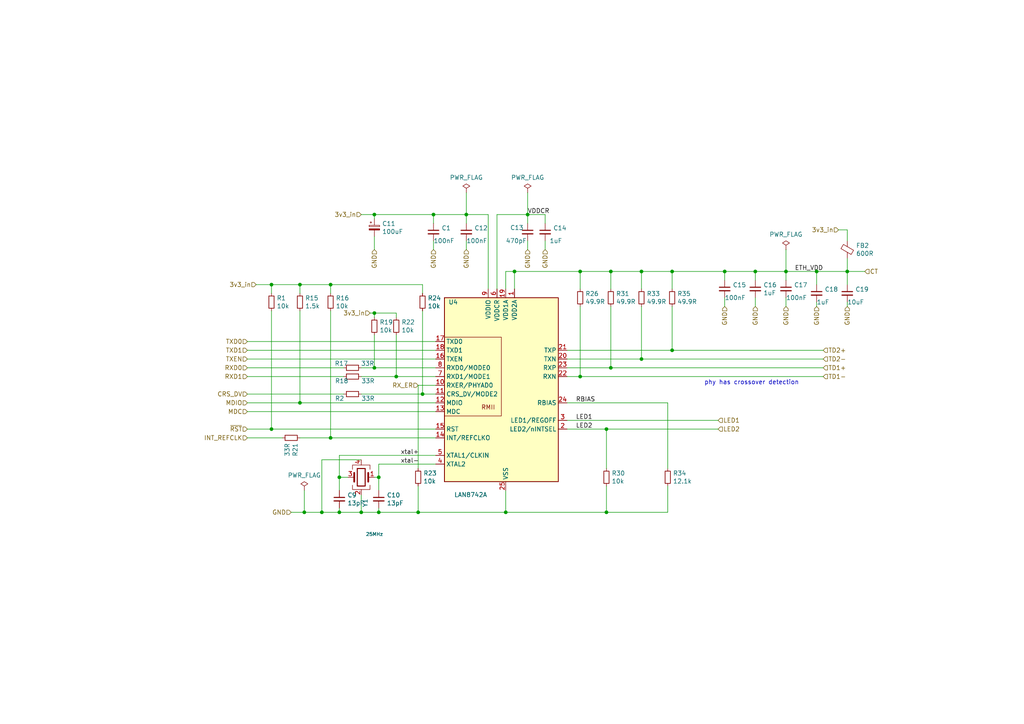
<source format=kicad_sch>
(kicad_sch (version 20211123) (generator eeschema)

  (uuid f2c93195-af12-4d3e-acdf-bdd0ff675c24)

  (paper "A4")

  (lib_symbols
    (symbol "Device:CP_Small" (pin_numbers hide) (pin_names (offset 0.254) hide) (in_bom yes) (on_board yes)
      (property "Reference" "C" (id 0) (at 0.254 1.778 0)
        (effects (font (size 1.27 1.27)) (justify left))
      )
      (property "Value" "Device_CP_Small" (id 1) (at 0.254 -2.032 0)
        (effects (font (size 1.27 1.27)) (justify left))
      )
      (property "Footprint" "" (id 2) (at 0 0 0)
        (effects (font (size 1.27 1.27)) hide)
      )
      (property "Datasheet" "" (id 3) (at 0 0 0)
        (effects (font (size 1.27 1.27)) hide)
      )
      (property "ki_fp_filters" "CP_*" (id 4) (at 0 0 0)
        (effects (font (size 1.27 1.27)) hide)
      )
      (symbol "CP_Small_0_1"
        (rectangle (start -1.524 -0.3048) (end 1.524 -0.6858)
          (stroke (width 0) (type default) (color 0 0 0 0))
          (fill (type outline))
        )
        (rectangle (start -1.524 0.6858) (end 1.524 0.3048)
          (stroke (width 0) (type default) (color 0 0 0 0))
          (fill (type none))
        )
        (polyline
          (pts
            (xy -1.27 1.524)
            (xy -0.762 1.524)
          )
          (stroke (width 0) (type default) (color 0 0 0 0))
          (fill (type none))
        )
        (polyline
          (pts
            (xy -1.016 1.27)
            (xy -1.016 1.778)
          )
          (stroke (width 0) (type default) (color 0 0 0 0))
          (fill (type none))
        )
      )
      (symbol "CP_Small_1_1"
        (pin passive line (at 0 2.54 270) (length 1.8542)
          (name "~" (effects (font (size 1.27 1.27))))
          (number "1" (effects (font (size 1.27 1.27))))
        )
        (pin passive line (at 0 -2.54 90) (length 1.8542)
          (name "~" (effects (font (size 1.27 1.27))))
          (number "2" (effects (font (size 1.27 1.27))))
        )
      )
    )
    (symbol "Device:C_Small" (pin_numbers hide) (pin_names (offset 0.254) hide) (in_bom yes) (on_board yes)
      (property "Reference" "C" (id 0) (at 0.254 1.778 0)
        (effects (font (size 1.27 1.27)) (justify left))
      )
      (property "Value" "C_Small" (id 1) (at 0.254 -2.032 0)
        (effects (font (size 1.27 1.27)) (justify left))
      )
      (property "Footprint" "" (id 2) (at 0 0 0)
        (effects (font (size 1.27 1.27)) hide)
      )
      (property "Datasheet" "~" (id 3) (at 0 0 0)
        (effects (font (size 1.27 1.27)) hide)
      )
      (property "ki_keywords" "capacitor cap" (id 4) (at 0 0 0)
        (effects (font (size 1.27 1.27)) hide)
      )
      (property "ki_description" "Unpolarized capacitor, small symbol" (id 5) (at 0 0 0)
        (effects (font (size 1.27 1.27)) hide)
      )
      (property "ki_fp_filters" "C_*" (id 6) (at 0 0 0)
        (effects (font (size 1.27 1.27)) hide)
      )
      (symbol "C_Small_0_1"
        (polyline
          (pts
            (xy -1.524 -0.508)
            (xy 1.524 -0.508)
          )
          (stroke (width 0.3302) (type default) (color 0 0 0 0))
          (fill (type none))
        )
        (polyline
          (pts
            (xy -1.524 0.508)
            (xy 1.524 0.508)
          )
          (stroke (width 0.3048) (type default) (color 0 0 0 0))
          (fill (type none))
        )
      )
      (symbol "C_Small_1_1"
        (pin passive line (at 0 2.54 270) (length 2.032)
          (name "~" (effects (font (size 1.27 1.27))))
          (number "1" (effects (font (size 1.27 1.27))))
        )
        (pin passive line (at 0 -2.54 90) (length 2.032)
          (name "~" (effects (font (size 1.27 1.27))))
          (number "2" (effects (font (size 1.27 1.27))))
        )
      )
    )
    (symbol "Device:Crystal_GND24" (pin_names (offset 1.016) hide) (in_bom yes) (on_board yes)
      (property "Reference" "Y" (id 0) (at 3.175 5.08 0)
        (effects (font (size 1.27 1.27)) (justify left))
      )
      (property "Value" "Crystal_GND24" (id 1) (at 3.175 3.175 0)
        (effects (font (size 1.27 1.27)) (justify left))
      )
      (property "Footprint" "" (id 2) (at 0 0 0)
        (effects (font (size 1.27 1.27)) hide)
      )
      (property "Datasheet" "~" (id 3) (at 0 0 0)
        (effects (font (size 1.27 1.27)) hide)
      )
      (property "ki_keywords" "quartz ceramic resonator oscillator" (id 4) (at 0 0 0)
        (effects (font (size 1.27 1.27)) hide)
      )
      (property "ki_description" "Four pin crystal, GND on pins 2 and 4" (id 5) (at 0 0 0)
        (effects (font (size 1.27 1.27)) hide)
      )
      (property "ki_fp_filters" "Crystal*" (id 6) (at 0 0 0)
        (effects (font (size 1.27 1.27)) hide)
      )
      (symbol "Crystal_GND24_0_1"
        (rectangle (start -1.143 2.54) (end 1.143 -2.54)
          (stroke (width 0.3048) (type default) (color 0 0 0 0))
          (fill (type none))
        )
        (polyline
          (pts
            (xy -2.54 0)
            (xy -2.032 0)
          )
          (stroke (width 0) (type default) (color 0 0 0 0))
          (fill (type none))
        )
        (polyline
          (pts
            (xy -2.032 -1.27)
            (xy -2.032 1.27)
          )
          (stroke (width 0.508) (type default) (color 0 0 0 0))
          (fill (type none))
        )
        (polyline
          (pts
            (xy 0 -3.81)
            (xy 0 -3.556)
          )
          (stroke (width 0) (type default) (color 0 0 0 0))
          (fill (type none))
        )
        (polyline
          (pts
            (xy 0 3.556)
            (xy 0 3.81)
          )
          (stroke (width 0) (type default) (color 0 0 0 0))
          (fill (type none))
        )
        (polyline
          (pts
            (xy 2.032 -1.27)
            (xy 2.032 1.27)
          )
          (stroke (width 0.508) (type default) (color 0 0 0 0))
          (fill (type none))
        )
        (polyline
          (pts
            (xy 2.032 0)
            (xy 2.54 0)
          )
          (stroke (width 0) (type default) (color 0 0 0 0))
          (fill (type none))
        )
        (polyline
          (pts
            (xy -2.54 -2.286)
            (xy -2.54 -3.556)
            (xy 2.54 -3.556)
            (xy 2.54 -2.286)
          )
          (stroke (width 0) (type default) (color 0 0 0 0))
          (fill (type none))
        )
        (polyline
          (pts
            (xy -2.54 2.286)
            (xy -2.54 3.556)
            (xy 2.54 3.556)
            (xy 2.54 2.286)
          )
          (stroke (width 0) (type default) (color 0 0 0 0))
          (fill (type none))
        )
      )
      (symbol "Crystal_GND24_1_1"
        (pin passive line (at -3.81 0 0) (length 1.27)
          (name "1" (effects (font (size 1.27 1.27))))
          (number "1" (effects (font (size 1.27 1.27))))
        )
        (pin passive line (at 0 5.08 270) (length 1.27)
          (name "2" (effects (font (size 1.27 1.27))))
          (number "2" (effects (font (size 1.27 1.27))))
        )
        (pin passive line (at 3.81 0 180) (length 1.27)
          (name "3" (effects (font (size 1.27 1.27))))
          (number "3" (effects (font (size 1.27 1.27))))
        )
        (pin passive line (at 0 -5.08 90) (length 1.27)
          (name "4" (effects (font (size 1.27 1.27))))
          (number "4" (effects (font (size 1.27 1.27))))
        )
      )
    )
    (symbol "Device:Ferrite_Bead_Small" (pin_numbers hide) (pin_names (offset 0)) (in_bom yes) (on_board yes)
      (property "Reference" "FB" (id 0) (at 1.905 1.27 0)
        (effects (font (size 1.27 1.27)) (justify left))
      )
      (property "Value" "Device_Ferrite_Bead_Small" (id 1) (at 1.905 -1.27 0)
        (effects (font (size 1.27 1.27)) (justify left))
      )
      (property "Footprint" "" (id 2) (at -1.778 0 90)
        (effects (font (size 1.27 1.27)) hide)
      )
      (property "Datasheet" "" (id 3) (at 0 0 0)
        (effects (font (size 1.27 1.27)) hide)
      )
      (property "ki_fp_filters" "Inductor_* L_* *Ferrite*" (id 4) (at 0 0 0)
        (effects (font (size 1.27 1.27)) hide)
      )
      (symbol "Ferrite_Bead_Small_0_1"
        (polyline
          (pts
            (xy 0 -1.27)
            (xy 0 -0.7874)
          )
          (stroke (width 0) (type default) (color 0 0 0 0))
          (fill (type none))
        )
        (polyline
          (pts
            (xy 0 0.889)
            (xy 0 1.2954)
          )
          (stroke (width 0) (type default) (color 0 0 0 0))
          (fill (type none))
        )
        (polyline
          (pts
            (xy -1.8288 0.2794)
            (xy -1.1176 1.4986)
            (xy 1.8288 -0.2032)
            (xy 1.1176 -1.4224)
            (xy -1.8288 0.2794)
          )
          (stroke (width 0) (type default) (color 0 0 0 0))
          (fill (type none))
        )
      )
      (symbol "Ferrite_Bead_Small_1_1"
        (pin passive line (at 0 2.54 270) (length 1.27)
          (name "~" (effects (font (size 1.27 1.27))))
          (number "1" (effects (font (size 1.27 1.27))))
        )
        (pin passive line (at 0 -2.54 90) (length 1.27)
          (name "~" (effects (font (size 1.27 1.27))))
          (number "2" (effects (font (size 1.27 1.27))))
        )
      )
    )
    (symbol "Device:R_Small" (pin_numbers hide) (pin_names (offset 0.254) hide) (in_bom yes) (on_board yes)
      (property "Reference" "R" (id 0) (at 0.762 0.508 0)
        (effects (font (size 1.27 1.27)) (justify left))
      )
      (property "Value" "R_Small" (id 1) (at 0.762 -1.016 0)
        (effects (font (size 1.27 1.27)) (justify left))
      )
      (property "Footprint" "" (id 2) (at 0 0 0)
        (effects (font (size 1.27 1.27)) hide)
      )
      (property "Datasheet" "~" (id 3) (at 0 0 0)
        (effects (font (size 1.27 1.27)) hide)
      )
      (property "ki_keywords" "R resistor" (id 4) (at 0 0 0)
        (effects (font (size 1.27 1.27)) hide)
      )
      (property "ki_description" "Resistor, small symbol" (id 5) (at 0 0 0)
        (effects (font (size 1.27 1.27)) hide)
      )
      (property "ki_fp_filters" "R_*" (id 6) (at 0 0 0)
        (effects (font (size 1.27 1.27)) hide)
      )
      (symbol "R_Small_0_1"
        (rectangle (start -0.762 1.778) (end 0.762 -1.778)
          (stroke (width 0.2032) (type default) (color 0 0 0 0))
          (fill (type none))
        )
      )
      (symbol "R_Small_1_1"
        (pin passive line (at 0 2.54 270) (length 0.762)
          (name "~" (effects (font (size 1.27 1.27))))
          (number "1" (effects (font (size 1.27 1.27))))
        )
        (pin passive line (at 0 -2.54 90) (length 0.762)
          (name "~" (effects (font (size 1.27 1.27))))
          (number "2" (effects (font (size 1.27 1.27))))
        )
      )
    )
    (symbol "parts:LAN8742A" (in_bom yes) (on_board yes)
      (property "Reference" "U4" (id 0) (at -15.24 26.67 0)
        (effects (font (size 1.27 1.27)))
      )
      (property "Value" "LAN8742A" (id 1) (at -10.16 -29.21 0)
        (effects (font (size 1.27 1.27)))
      )
      (property "Footprint" "Package_DFN_QFN:QFN-24-1EP_4x4mm_P0.5mm_EP2.6x2.6mm" (id 2) (at 1.27 -26.67 0)
        (effects (font (size 1.27 1.27)) (justify left) hide)
      )
      (property "Datasheet" "http://ww1.microchip.com/downloads/en/DeviceDoc/8720a.pdf" (id 3) (at -5.08 -24.13 0)
        (effects (font (size 1.27 1.27)) hide)
      )
      (property "Digi-Key_PN" "LAN8742A" (id 4) (at 0 0 0)
        (effects (font (size 1.27 1.27)) hide)
      )
      (property "ki_fp_filters" "QFN*1EP*4x4mm*P0.5mm*" (id 5) (at 0 0 0)
        (effects (font (size 1.27 1.27)) hide)
      )
      (symbol "LAN8742A_0_0"
        (text "RMII" (at -5.08 -3.81 0)
          (effects (font (size 1.27 1.27)))
        )
      )
      (symbol "LAN8742A_0_1"
        (rectangle (start -17.78 27.94) (end 15.24 -25.4)
          (stroke (width 0.254) (type default) (color 0 0 0 0))
          (fill (type background))
        )
        (polyline
          (pts
            (xy -17.78 -6.35)
            (xy -1.27 -6.35)
            (xy -1.27 16.51)
            (xy -17.78 16.51)
          )
          (stroke (width 0) (type default) (color 0 0 0 0))
          (fill (type none))
        )
      )
      (symbol "LAN8742A_1_1"
        (pin power_in line (at 2.54 30.48 270) (length 2.54)
          (name "VDD2A" (effects (font (size 1.27 1.27))))
          (number "1" (effects (font (size 1.27 1.27))))
        )
        (pin output line (at -20.32 2.54 0) (length 2.54)
          (name "RXER/PHYAD0" (effects (font (size 1.27 1.27))))
          (number "10" (effects (font (size 1.27 1.27))))
        )
        (pin output line (at -20.32 0 0) (length 2.54)
          (name "CRS_DV/MODE2" (effects (font (size 1.27 1.27))))
          (number "11" (effects (font (size 1.27 1.27))))
        )
        (pin bidirectional line (at -20.32 -2.54 0) (length 2.54)
          (name "MDIO" (effects (font (size 1.27 1.27))))
          (number "12" (effects (font (size 1.27 1.27))))
        )
        (pin input line (at -20.32 -5.08 0) (length 2.54)
          (name "MDC" (effects (font (size 1.27 1.27))))
          (number "13" (effects (font (size 1.27 1.27))))
        )
        (pin output line (at -20.32 -12.7 0) (length 2.54)
          (name "INT/REFCLKO" (effects (font (size 1.27 1.27))))
          (number "14" (effects (font (size 1.27 1.27))))
        )
        (pin input line (at -20.32 -10.16 0) (length 2.54)
          (name "RST" (effects (font (size 1.27 1.27))))
          (number "15" (effects (font (size 1.27 1.27))))
        )
        (pin input line (at -20.32 10.16 0) (length 2.54)
          (name "TXEN" (effects (font (size 1.27 1.27))))
          (number "16" (effects (font (size 1.27 1.27))))
        )
        (pin input line (at -20.32 15.24 0) (length 2.54)
          (name "TXD0" (effects (font (size 1.27 1.27))))
          (number "17" (effects (font (size 1.27 1.27))))
        )
        (pin input line (at -20.32 12.7 0) (length 2.54)
          (name "TXD1" (effects (font (size 1.27 1.27))))
          (number "18" (effects (font (size 1.27 1.27))))
        )
        (pin power_in line (at 0 30.48 270) (length 2.54)
          (name "VDD1A" (effects (font (size 1.27 1.27))))
          (number "19" (effects (font (size 1.27 1.27))))
        )
        (pin bidirectional line (at 17.78 -10.16 180) (length 2.54)
          (name "LED2/nINTSEL" (effects (font (size 1.27 1.27))))
          (number "2" (effects (font (size 1.27 1.27))))
        )
        (pin output line (at 17.78 10.16 180) (length 2.54)
          (name "TXN" (effects (font (size 1.27 1.27))))
          (number "20" (effects (font (size 1.27 1.27))))
        )
        (pin output line (at 17.78 12.7 180) (length 2.54)
          (name "TXP" (effects (font (size 1.27 1.27))))
          (number "21" (effects (font (size 1.27 1.27))))
        )
        (pin output line (at 17.78 5.08 180) (length 2.54)
          (name "RXN" (effects (font (size 1.27 1.27))))
          (number "22" (effects (font (size 1.27 1.27))))
        )
        (pin output line (at 17.78 7.62 180) (length 2.54)
          (name "RXP" (effects (font (size 1.27 1.27))))
          (number "23" (effects (font (size 1.27 1.27))))
        )
        (pin input line (at 17.78 -2.54 180) (length 2.54)
          (name "RBIAS" (effects (font (size 1.27 1.27))))
          (number "24" (effects (font (size 1.27 1.27))))
        )
        (pin power_in line (at 0 -27.94 90) (length 2.54)
          (name "VSS" (effects (font (size 1.27 1.27))))
          (number "25" (effects (font (size 1.27 1.27))))
        )
        (pin bidirectional line (at 17.78 -7.62 180) (length 2.54)
          (name "LED1/REGOFF" (effects (font (size 1.27 1.27))))
          (number "3" (effects (font (size 1.27 1.27))))
        )
        (pin passive line (at -20.32 -20.32 0) (length 2.54)
          (name "XTAL2" (effects (font (size 1.27 1.27))))
          (number "4" (effects (font (size 1.27 1.27))))
        )
        (pin passive line (at -20.32 -17.78 0) (length 2.54)
          (name "XTAL1/CLKIN" (effects (font (size 1.27 1.27))))
          (number "5" (effects (font (size 1.27 1.27))))
        )
        (pin power_in line (at -2.54 30.48 270) (length 2.54)
          (name "VDDCR" (effects (font (size 1.27 1.27))))
          (number "6" (effects (font (size 1.27 1.27))))
        )
        (pin output line (at -20.32 5.08 0) (length 2.54)
          (name "RXD1/MODE1" (effects (font (size 1.27 1.27))))
          (number "7" (effects (font (size 1.27 1.27))))
        )
        (pin output line (at -20.32 7.62 0) (length 2.54)
          (name "RXD0/MODE0" (effects (font (size 1.27 1.27))))
          (number "8" (effects (font (size 1.27 1.27))))
        )
        (pin power_in line (at -5.08 30.48 270) (length 2.54)
          (name "VDDIO" (effects (font (size 1.27 1.27))))
          (number "9" (effects (font (size 1.27 1.27))))
        )
      )
    )
    (symbol "power:PWR_FLAG" (power) (pin_numbers hide) (pin_names (offset 0) hide) (in_bom yes) (on_board yes)
      (property "Reference" "#FLG" (id 0) (at 0 1.905 0)
        (effects (font (size 1.27 1.27)) hide)
      )
      (property "Value" "PWR_FLAG" (id 1) (at 0 3.81 0)
        (effects (font (size 1.27 1.27)))
      )
      (property "Footprint" "" (id 2) (at 0 0 0)
        (effects (font (size 1.27 1.27)) hide)
      )
      (property "Datasheet" "~" (id 3) (at 0 0 0)
        (effects (font (size 1.27 1.27)) hide)
      )
      (property "ki_keywords" "power-flag" (id 4) (at 0 0 0)
        (effects (font (size 1.27 1.27)) hide)
      )
      (property "ki_description" "Special symbol for telling ERC where power comes from" (id 5) (at 0 0 0)
        (effects (font (size 1.27 1.27)) hide)
      )
      (symbol "PWR_FLAG_0_0"
        (pin power_out line (at 0 0 90) (length 0)
          (name "pwr" (effects (font (size 1.27 1.27))))
          (number "1" (effects (font (size 1.27 1.27))))
        )
      )
      (symbol "PWR_FLAG_0_1"
        (polyline
          (pts
            (xy 0 0)
            (xy 0 1.27)
            (xy -1.016 1.905)
            (xy 0 2.54)
            (xy 1.016 1.905)
            (xy 0 1.27)
          )
          (stroke (width 0) (type default) (color 0 0 0 0))
          (fill (type none))
        )
      )
    )
  )

  (junction (at 86.995 82.55) (diameter 0) (color 0 0 0 0)
    (uuid 00f3ea8b-8a54-4e56-84ff-d98f6c00496c)
  )
  (junction (at 175.895 124.46) (diameter 0) (color 0 0 0 0)
    (uuid 0bcafe80-ffba-4f1e-ae51-95a595b006db)
  )
  (junction (at 121.285 148.59) (diameter 0) (color 0 0 0 0)
    (uuid 16a9ae8c-3ad2-439b-8efe-377c994670c7)
  )
  (junction (at 122.555 114.3) (diameter 0) (color 0 0 0 0)
    (uuid 19b0959e-a79b-43b2-a5ad-525ced7e9131)
  )
  (junction (at 104.775 148.59) (diameter 0) (color 0 0 0 0)
    (uuid 19c56563-5fe3-442a-885b-418dbc2421eb)
  )
  (junction (at 168.275 78.74) (diameter 0) (color 0 0 0 0)
    (uuid 20cca02e-4c4d-4961-b6b4-b40a1731b220)
  )
  (junction (at 78.74 82.55) (diameter 0) (color 0 0 0 0)
    (uuid 221bef83-3ea7-4d3f-adeb-53a8a07c6273)
  )
  (junction (at 86.995 116.84) (diameter 0) (color 0 0 0 0)
    (uuid 25e5aa8e-2696-44a3-8d3c-c2c53f2923cf)
  )
  (junction (at 109.855 138.43) (diameter 0) (color 0 0 0 0)
    (uuid 29e058a7-50a3-43e5-81c3-bfee53da08be)
  )
  (junction (at 88.265 148.59) (diameter 0) (color 0 0 0 0)
    (uuid 3a7648d8-121a-4921-9b92-9b35b76ce39b)
  )
  (junction (at 227.965 78.74) (diameter 0) (color 0 0 0 0)
    (uuid 4a21e717-d46d-4d9e-8b98-af4ecb02d3ec)
  )
  (junction (at 210.185 78.74) (diameter 0) (color 0 0 0 0)
    (uuid 4e315e69-0417-463a-8b7f-469a08d1496e)
  )
  (junction (at 194.945 78.74) (diameter 0) (color 0 0 0 0)
    (uuid 4fa10683-33cd-4dcd-8acc-2415cd63c62a)
  )
  (junction (at 149.225 78.74) (diameter 0) (color 0 0 0 0)
    (uuid 503dbd88-3e6b-48cc-a2ea-a6e28b52a1f7)
  )
  (junction (at 186.055 78.74) (diameter 0) (color 0 0 0 0)
    (uuid 59ec3156-036e-4049-89db-91a9dd07095f)
  )
  (junction (at 78.74 124.46) (diameter 0) (color 0 0 0 0)
    (uuid 60ff6322-62e2-4602-9bc0-7a0f0a5ecfbf)
  )
  (junction (at 175.895 148.59) (diameter 0) (color 0 0 0 0)
    (uuid 63ff1c93-3f96-4c33-b498-5dd8c33bccc0)
  )
  (junction (at 98.425 148.59) (diameter 0) (color 0 0 0 0)
    (uuid 6ec113ca-7d27-4b14-a180-1e5e2fd1c167)
  )
  (junction (at 98.425 138.43) (diameter 0) (color 0 0 0 0)
    (uuid 6fd4442e-30b3-428b-9306-61418a63d311)
  )
  (junction (at 146.685 148.59) (diameter 0) (color 0 0 0 0)
    (uuid 789ca812-3e0c-4a3f-97bc-a916dd9bce80)
  )
  (junction (at 135.255 62.23) (diameter 0) (color 0 0 0 0)
    (uuid 7b044939-8c4d-444f-b9e0-a15fcdeb5a86)
  )
  (junction (at 114.935 109.22) (diameter 0) (color 0 0 0 0)
    (uuid 7c04618d-9115-4179-b234-a8faf854ea92)
  )
  (junction (at 109.855 148.59) (diameter 0) (color 0 0 0 0)
    (uuid 7cee474b-af8f-4832-b07a-c43c1ab0b464)
  )
  (junction (at 194.945 101.6) (diameter 0) (color 0 0 0 0)
    (uuid 814763c2-92e5-4a2c-941c-9bbd073f6e87)
  )
  (junction (at 186.055 104.14) (diameter 0) (color 0 0 0 0)
    (uuid 82be7aae-5d06-4178-8c3e-98760c41b054)
  )
  (junction (at 108.585 62.23) (diameter 0) (color 0 0 0 0)
    (uuid 85b7594c-358f-454b-b2ad-dd0b1d67ed76)
  )
  (junction (at 236.855 78.74) (diameter 0) (color 0 0 0 0)
    (uuid 8ca3e20d-bcc7-4c5e-9deb-562dfed9fecb)
  )
  (junction (at 153.035 62.23) (diameter 0) (color 0 0 0 0)
    (uuid 911bdcbe-493f-4e21-a506-7cbc636e2c17)
  )
  (junction (at 168.275 109.22) (diameter 0) (color 0 0 0 0)
    (uuid a9b3f6e4-7a6d-4ae8-ad28-3d8458e0ca1a)
  )
  (junction (at 125.73 62.23) (diameter 0) (color 0 0 0 0)
    (uuid c0c2eb8e-f6d1-4506-8e6b-4f995ad74c1f)
  )
  (junction (at 108.585 90.805) (diameter 0) (color 0 0 0 0)
    (uuid c8fd9dd3-06ad-4146-9239-0065013959ef)
  )
  (junction (at 93.345 148.59) (diameter 0) (color 0 0 0 0)
    (uuid cb24efdd-07c6-4317-9277-131625b065ac)
  )
  (junction (at 177.165 106.68) (diameter 0) (color 0 0 0 0)
    (uuid d9c6d5d2-0b49-49ba-a970-cd2c32f74c54)
  )
  (junction (at 245.745 78.74) (diameter 0) (color 0 0 0 0)
    (uuid df32840e-2912-4088-b54c-9a85f64c0265)
  )
  (junction (at 177.165 78.74) (diameter 0) (color 0 0 0 0)
    (uuid e3fc1e69-a11c-4c84-8952-fefb9372474e)
  )
  (junction (at 219.075 78.74) (diameter 0) (color 0 0 0 0)
    (uuid ee41cb8e-512d-41d2-81e1-3c50fff32aeb)
  )
  (junction (at 95.885 82.55) (diameter 0) (color 0 0 0 0)
    (uuid f449bd37-cc90-4487-aee6-2a20b8d2843a)
  )
  (junction (at 95.885 127) (diameter 0) (color 0 0 0 0)
    (uuid f9c81c26-f253-4227-a69f-53e64841cfbe)
  )
  (junction (at 108.585 106.68) (diameter 0) (color 0 0 0 0)
    (uuid fef37e8b-0ff0-4da2-8a57-acaf19551d1a)
  )

  (wire (pts (xy 194.945 101.6) (xy 238.76 101.6))
    (stroke (width 0) (type default) (color 0 0 0 0))
    (uuid 003c2200-0632-4808-a662-8ddd5d30c768)
  )
  (wire (pts (xy 78.74 85.09) (xy 78.74 82.55))
    (stroke (width 0) (type default) (color 0 0 0 0))
    (uuid 009b5465-0a65-4237-93e7-eb65321eeb18)
  )
  (wire (pts (xy 125.73 64.77) (xy 125.73 62.23))
    (stroke (width 0) (type default) (color 0 0 0 0))
    (uuid 00e38d63-5436-49db-81f5-697421f168fc)
  )
  (wire (pts (xy 164.465 124.46) (xy 175.895 124.46))
    (stroke (width 0) (type default) (color 0 0 0 0))
    (uuid 026ac84e-b8b2-4dd2-b675-8323c24fd778)
  )
  (wire (pts (xy 158.115 69.85) (xy 158.115 72.39))
    (stroke (width 0) (type default) (color 0 0 0 0))
    (uuid 0325ec43-0390-4ae2-b055-b1ec6ce17b1c)
  )
  (wire (pts (xy 121.285 111.76) (xy 126.365 111.76))
    (stroke (width 0) (type default) (color 0 0 0 0))
    (uuid 03c7f780-fc1b-487a-b30d-567d6c09fdc8)
  )
  (wire (pts (xy 236.855 88.9) (xy 236.855 87.63))
    (stroke (width 0) (type default) (color 0 0 0 0))
    (uuid 03caada9-9e22-4e2d-9035-b15433dfbb17)
  )
  (wire (pts (xy 108.585 106.68) (xy 104.775 106.68))
    (stroke (width 0) (type default) (color 0 0 0 0))
    (uuid 065b9982-55f2-4822-977e-07e8a06e7b35)
  )
  (wire (pts (xy 194.945 78.74) (xy 210.185 78.74))
    (stroke (width 0) (type default) (color 0 0 0 0))
    (uuid 071522c0-d0ed-49b9-906e-6295f67fb0dc)
  )
  (wire (pts (xy 227.965 78.74) (xy 227.965 81.28))
    (stroke (width 0) (type default) (color 0 0 0 0))
    (uuid 0755aee5-bc01-4cb5-b830-583289df50a3)
  )
  (wire (pts (xy 122.555 90.17) (xy 122.555 114.3))
    (stroke (width 0) (type default) (color 0 0 0 0))
    (uuid 109caac1-5036-4f23-9a66-f569d871501b)
  )
  (wire (pts (xy 107.315 90.805) (xy 108.585 90.805))
    (stroke (width 0) (type default) (color 0 0 0 0))
    (uuid 1199146e-a60b-416a-b503-e77d6d2892f9)
  )
  (wire (pts (xy 71.755 127) (xy 81.915 127))
    (stroke (width 0) (type default) (color 0 0 0 0))
    (uuid 143ed874-a01f-4ced-ba4e-bbb66ddd1f70)
  )
  (wire (pts (xy 104.775 148.59) (xy 98.425 148.59))
    (stroke (width 0) (type default) (color 0 0 0 0))
    (uuid 14769dc5-8525-4984-8b15-a734ee247efa)
  )
  (wire (pts (xy 186.055 88.9) (xy 186.055 104.14))
    (stroke (width 0) (type default) (color 0 0 0 0))
    (uuid 15fe8f3d-6077-4e0e-81d0-8ec3f4538981)
  )
  (wire (pts (xy 104.775 62.23) (xy 108.585 62.23))
    (stroke (width 0) (type default) (color 0 0 0 0))
    (uuid 16bd6381-8ac0-4bf2-9dce-ecc20c724b8d)
  )
  (wire (pts (xy 135.255 55.88) (xy 135.255 62.23))
    (stroke (width 0) (type default) (color 0 0 0 0))
    (uuid 1a6d2848-e78e-49fe-8978-e1890f07836f)
  )
  (wire (pts (xy 88.265 148.59) (xy 84.455 148.59))
    (stroke (width 0) (type default) (color 0 0 0 0))
    (uuid 1d9cdadc-9036-4a95-b6db-fa7b3b74c869)
  )
  (wire (pts (xy 219.075 81.28) (xy 219.075 78.74))
    (stroke (width 0) (type default) (color 0 0 0 0))
    (uuid 1e518c2a-4cb7-4599-a1fa-5b9f847da7d3)
  )
  (wire (pts (xy 104.775 133.35) (xy 93.345 133.35))
    (stroke (width 0) (type default) (color 0 0 0 0))
    (uuid 20c315f4-1e4f-49aa-8d61-778a7389df7e)
  )
  (wire (pts (xy 104.775 143.51) (xy 104.775 148.59))
    (stroke (width 0) (type default) (color 0 0 0 0))
    (uuid 21ae9c3a-7138-444e-be38-56a4842ab594)
  )
  (wire (pts (xy 149.225 78.74) (xy 146.685 78.74))
    (stroke (width 0) (type default) (color 0 0 0 0))
    (uuid 240c10af-51b5-420e-a6f4-a2c8f5db1db5)
  )
  (wire (pts (xy 88.265 142.24) (xy 88.265 148.59))
    (stroke (width 0) (type default) (color 0 0 0 0))
    (uuid 24f7628d-681d-4f0e-8409-40a129e929d9)
  )
  (wire (pts (xy 135.255 62.23) (xy 141.605 62.23))
    (stroke (width 0) (type default) (color 0 0 0 0))
    (uuid 262f1ea9-0133-4b43-be36-456207ea857c)
  )
  (wire (pts (xy 100.965 138.43) (xy 98.425 138.43))
    (stroke (width 0) (type default) (color 0 0 0 0))
    (uuid 27d56953-c620-4d5b-9c1c-e48bc3d9684a)
  )
  (wire (pts (xy 186.055 78.74) (xy 194.945 78.74))
    (stroke (width 0) (type default) (color 0 0 0 0))
    (uuid 2846428d-39de-4eae-8ce2-64955d56c493)
  )
  (wire (pts (xy 71.755 116.84) (xy 86.995 116.84))
    (stroke (width 0) (type default) (color 0 0 0 0))
    (uuid 2891767f-251c-48c4-91c0-deb1b368f45c)
  )
  (wire (pts (xy 146.685 78.74) (xy 146.685 83.82))
    (stroke (width 0) (type default) (color 0 0 0 0))
    (uuid 2d697cf0-e02e-4ed1-a048-a704dab0ee43)
  )
  (wire (pts (xy 95.885 85.09) (xy 95.885 82.55))
    (stroke (width 0) (type default) (color 0 0 0 0))
    (uuid 2dc272bd-3aa2-45b5-889d-1d3c8aac80f8)
  )
  (wire (pts (xy 126.365 127) (xy 95.885 127))
    (stroke (width 0) (type default) (color 0 0 0 0))
    (uuid 2dc54bac-8640-4dd7-b8ed-3c7acb01a8ea)
  )
  (wire (pts (xy 153.035 69.85) (xy 153.035 72.39))
    (stroke (width 0) (type default) (color 0 0 0 0))
    (uuid 2e842263-c0ba-46fd-a760-6624d4c78278)
  )
  (wire (pts (xy 245.745 74.93) (xy 245.745 78.74))
    (stroke (width 0) (type default) (color 0 0 0 0))
    (uuid 34a74736-156e-4bf3-9200-cd137cfa59da)
  )
  (wire (pts (xy 175.895 148.59) (xy 193.675 148.59))
    (stroke (width 0) (type default) (color 0 0 0 0))
    (uuid 34cdc1c9-c9e2-44c4-9677-c1c7d7efd83d)
  )
  (wire (pts (xy 108.585 62.23) (xy 125.73 62.23))
    (stroke (width 0) (type default) (color 0 0 0 0))
    (uuid 38a501e2-0ee8-439d-bd02-e9e90e7503e9)
  )
  (wire (pts (xy 114.935 97.155) (xy 114.935 109.22))
    (stroke (width 0) (type default) (color 0 0 0 0))
    (uuid 3f43d730-2a73-49fe-9672-32428e7f5b49)
  )
  (wire (pts (xy 98.425 132.08) (xy 98.425 138.43))
    (stroke (width 0) (type default) (color 0 0 0 0))
    (uuid 3fd54105-4b7e-4004-9801-76ec66108a22)
  )
  (wire (pts (xy 104.775 114.3) (xy 122.555 114.3))
    (stroke (width 0) (type default) (color 0 0 0 0))
    (uuid 479331ff-c540-41f4-84e6-b48d65171e59)
  )
  (wire (pts (xy 78.74 90.17) (xy 78.74 124.46))
    (stroke (width 0) (type default) (color 0 0 0 0))
    (uuid 4ba06b66-7669-4c70-b585-f5d4c9c33527)
  )
  (wire (pts (xy 227.965 72.39) (xy 227.965 78.74))
    (stroke (width 0) (type default) (color 0 0 0 0))
    (uuid 4fb21471-41be-4be8-9687-66030f97befc)
  )
  (wire (pts (xy 168.275 78.74) (xy 168.275 83.82))
    (stroke (width 0) (type default) (color 0 0 0 0))
    (uuid 5487601b-81d3-4c70-8f3d-cf9df9c63302)
  )
  (wire (pts (xy 135.255 62.23) (xy 135.255 64.77))
    (stroke (width 0) (type default) (color 0 0 0 0))
    (uuid 576c6616-e95d-4f1e-8ead-dea30fcdc8c2)
  )
  (wire (pts (xy 158.115 62.23) (xy 158.115 64.77))
    (stroke (width 0) (type default) (color 0 0 0 0))
    (uuid 57c0c267-8bf9-4cc7-b734-d71a239ac313)
  )
  (wire (pts (xy 149.225 78.74) (xy 149.225 83.82))
    (stroke (width 0) (type default) (color 0 0 0 0))
    (uuid 592f25e6-a01b-47fd-8172-3da01117d00a)
  )
  (wire (pts (xy 177.165 78.74) (xy 177.165 83.82))
    (stroke (width 0) (type default) (color 0 0 0 0))
    (uuid 597a11f2-5d2c-4a65-ac95-38ad106e1367)
  )
  (wire (pts (xy 93.345 133.35) (xy 93.345 148.59))
    (stroke (width 0) (type default) (color 0 0 0 0))
    (uuid 5bcace5d-edd0-4e19-92d0-835e43cf8eb2)
  )
  (wire (pts (xy 109.855 134.62) (xy 109.855 138.43))
    (stroke (width 0) (type default) (color 0 0 0 0))
    (uuid 5cf2db29-f7ab-499a-9907-cdeba64bf0f3)
  )
  (wire (pts (xy 175.895 124.46) (xy 175.895 135.89))
    (stroke (width 0) (type default) (color 0 0 0 0))
    (uuid 61fe293f-6808-4b7f-9340-9aaac7054a97)
  )
  (wire (pts (xy 95.885 127) (xy 86.995 127))
    (stroke (width 0) (type default) (color 0 0 0 0))
    (uuid 61fe4c73-be59-4519-98f1-a634322a841d)
  )
  (wire (pts (xy 236.855 78.74) (xy 236.855 82.55))
    (stroke (width 0) (type default) (color 0 0 0 0))
    (uuid 639c0e59-e95c-4114-bccd-2e7277505454)
  )
  (wire (pts (xy 245.745 87.63) (xy 245.745 88.9))
    (stroke (width 0) (type default) (color 0 0 0 0))
    (uuid 68877d35-b796-44db-9124-b8e744e7412e)
  )
  (wire (pts (xy 71.755 99.06) (xy 126.365 99.06))
    (stroke (width 0) (type default) (color 0 0 0 0))
    (uuid 699feae1-8cdd-4d2b-947f-f24849c73cdb)
  )
  (wire (pts (xy 210.185 78.74) (xy 219.075 78.74))
    (stroke (width 0) (type default) (color 0 0 0 0))
    (uuid 6a2b20ae-096c-4d9f-92f8-2087c865914f)
  )
  (wire (pts (xy 164.465 116.84) (xy 193.675 116.84))
    (stroke (width 0) (type default) (color 0 0 0 0))
    (uuid 6bfe5804-2ef9-4c65-b2a7-f01e4014370a)
  )
  (wire (pts (xy 93.345 148.59) (xy 88.265 148.59))
    (stroke (width 0) (type default) (color 0 0 0 0))
    (uuid 6c2d26bc-6eca-436c-8025-79f817bf57d6)
  )
  (wire (pts (xy 144.145 62.23) (xy 153.035 62.23))
    (stroke (width 0) (type default) (color 0 0 0 0))
    (uuid 6d26d68f-1ca7-4ff3-b058-272f1c399047)
  )
  (wire (pts (xy 243.205 66.675) (xy 245.745 66.675))
    (stroke (width 0) (type default) (color 0 0 0 0))
    (uuid 6e435cd4-da2b-4602-a0aa-5dd988834dff)
  )
  (wire (pts (xy 245.745 66.675) (xy 245.745 69.85))
    (stroke (width 0) (type default) (color 0 0 0 0))
    (uuid 6f675e5f-8fe6-4148-baf1-da97afc770f8)
  )
  (wire (pts (xy 125.73 62.23) (xy 135.255 62.23))
    (stroke (width 0) (type default) (color 0 0 0 0))
    (uuid 70e4263f-d95a-4431-b3f3-cfc800c82056)
  )
  (wire (pts (xy 71.755 124.46) (xy 78.74 124.46))
    (stroke (width 0) (type default) (color 0 0 0 0))
    (uuid 71f92193-19b0-44ed-bc7f-77535083d769)
  )
  (wire (pts (xy 219.075 86.36) (xy 219.075 88.9))
    (stroke (width 0) (type default) (color 0 0 0 0))
    (uuid 730b670c-9bcf-4dcd-9a8d-fcaa61fb0955)
  )
  (wire (pts (xy 227.965 78.74) (xy 236.855 78.74))
    (stroke (width 0) (type default) (color 0 0 0 0))
    (uuid 7599133e-c681-4202-85d9-c20dac196c64)
  )
  (wire (pts (xy 164.465 109.22) (xy 168.275 109.22))
    (stroke (width 0) (type default) (color 0 0 0 0))
    (uuid 7a4ce4b3-518a-4819-b8b2-5127b3347c64)
  )
  (wire (pts (xy 153.035 55.88) (xy 153.035 62.23))
    (stroke (width 0) (type default) (color 0 0 0 0))
    (uuid 7d34f6b1-ab31-49be-b011-c67fe67a8a56)
  )
  (wire (pts (xy 109.855 138.43) (xy 109.855 142.24))
    (stroke (width 0) (type default) (color 0 0 0 0))
    (uuid 7e0a03ae-d054-4f76-a131-5c09b8dc1636)
  )
  (wire (pts (xy 109.855 134.62) (xy 126.365 134.62))
    (stroke (width 0) (type default) (color 0 0 0 0))
    (uuid 8195a7cf-4576-44dd-9e0e-ee048fdb93dd)
  )
  (wire (pts (xy 236.855 78.74) (xy 245.745 78.74))
    (stroke (width 0) (type default) (color 0 0 0 0))
    (uuid 8412992d-8754-44de-9e08-115cec1a3eff)
  )
  (wire (pts (xy 109.855 147.32) (xy 109.855 148.59))
    (stroke (width 0) (type default) (color 0 0 0 0))
    (uuid 853ee787-6e2c-4f32-bc75-6c17337dd3d5)
  )
  (wire (pts (xy 193.675 148.59) (xy 193.675 140.97))
    (stroke (width 0) (type default) (color 0 0 0 0))
    (uuid 87d7448e-e139-4209-ae0b-372f805267da)
  )
  (wire (pts (xy 135.255 69.85) (xy 135.255 72.39))
    (stroke (width 0) (type default) (color 0 0 0 0))
    (uuid 89e83c2e-e90a-4a50-b278-880bac0cfb49)
  )
  (wire (pts (xy 210.185 88.9) (xy 210.185 86.36))
    (stroke (width 0) (type default) (color 0 0 0 0))
    (uuid 8a650ebf-3f78-4ca4-a26b-a5028693e36d)
  )
  (wire (pts (xy 193.675 135.89) (xy 193.675 116.84))
    (stroke (width 0) (type default) (color 0 0 0 0))
    (uuid 8bc2c25a-a1f1-4ce8-b96a-a4f8f4c35079)
  )
  (wire (pts (xy 153.035 62.23) (xy 153.035 64.77))
    (stroke (width 0) (type default) (color 0 0 0 0))
    (uuid 8c0807a7-765b-4fa5-baaa-e09a2b610e6b)
  )
  (wire (pts (xy 108.585 62.23) (xy 108.585 63.5))
    (stroke (width 0) (type default) (color 0 0 0 0))
    (uuid 8c514922-ffe1-4e37-a260-e807409f2e0d)
  )
  (wire (pts (xy 98.425 132.08) (xy 126.365 132.08))
    (stroke (width 0) (type default) (color 0 0 0 0))
    (uuid 8d0c1d66-35ef-4a53-a28f-436a11b54f42)
  )
  (wire (pts (xy 125.73 69.85) (xy 125.73 72.39))
    (stroke (width 0) (type default) (color 0 0 0 0))
    (uuid 8fc062a7-114d-48eb-a8f8-71128838f380)
  )
  (wire (pts (xy 98.425 138.43) (xy 98.425 142.24))
    (stroke (width 0) (type default) (color 0 0 0 0))
    (uuid 9193c41e-d425-447d-b95c-6986d66ea01c)
  )
  (wire (pts (xy 177.165 78.74) (xy 186.055 78.74))
    (stroke (width 0) (type default) (color 0 0 0 0))
    (uuid 926001fd-2747-4639-8c0f-4fc46ff7218d)
  )
  (wire (pts (xy 108.585 90.805) (xy 114.935 90.805))
    (stroke (width 0) (type default) (color 0 0 0 0))
    (uuid 98b00c9d-9188-4bce-aa70-92d12dd9cf82)
  )
  (wire (pts (xy 210.185 78.74) (xy 210.185 81.28))
    (stroke (width 0) (type default) (color 0 0 0 0))
    (uuid 98c78427-acd5-4f90-9ad6-9f61c4809aec)
  )
  (wire (pts (xy 114.935 90.805) (xy 114.935 92.075))
    (stroke (width 0) (type default) (color 0 0 0 0))
    (uuid 997c2f12-73ba-4c01-9ee0-42e37cbab790)
  )
  (wire (pts (xy 122.555 82.55) (xy 122.555 85.09))
    (stroke (width 0) (type default) (color 0 0 0 0))
    (uuid 998b7fa5-31a5-472e-9572-49d5226d6098)
  )
  (wire (pts (xy 95.885 82.55) (xy 122.555 82.55))
    (stroke (width 0) (type default) (color 0 0 0 0))
    (uuid 9a0b74a5-4879-4b51-8e8e-6d85a0107422)
  )
  (wire (pts (xy 177.165 106.68) (xy 238.76 106.68))
    (stroke (width 0) (type default) (color 0 0 0 0))
    (uuid 9b0a1687-7e1b-4a04-a30b-c27a072a2949)
  )
  (wire (pts (xy 168.275 88.9) (xy 168.275 109.22))
    (stroke (width 0) (type default) (color 0 0 0 0))
    (uuid 9b3c58a7-a9b9-4498-abc0-f9f43e4f0292)
  )
  (wire (pts (xy 71.755 114.3) (xy 99.695 114.3))
    (stroke (width 0) (type default) (color 0 0 0 0))
    (uuid 9bac9ad3-a7b9-47f0-87c7-d8630653df68)
  )
  (wire (pts (xy 109.855 148.59) (xy 104.775 148.59))
    (stroke (width 0) (type default) (color 0 0 0 0))
    (uuid 9cb12cc8-7f1a-4a01-9256-c119f11a8a02)
  )
  (wire (pts (xy 194.945 78.74) (xy 194.945 83.82))
    (stroke (width 0) (type default) (color 0 0 0 0))
    (uuid 9cbf35b8-f4d3-42a3-bb16-04ffd03fd8fd)
  )
  (wire (pts (xy 144.145 62.23) (xy 144.145 83.82))
    (stroke (width 0) (type default) (color 0 0 0 0))
    (uuid 9f8381e9-3077-4453-a480-a01ad9c1a940)
  )
  (wire (pts (xy 108.585 97.155) (xy 108.585 106.68))
    (stroke (width 0) (type default) (color 0 0 0 0))
    (uuid a24ce0e2-fdd3-4e6a-b754-5dee9713dd27)
  )
  (wire (pts (xy 168.275 78.74) (xy 177.165 78.74))
    (stroke (width 0) (type default) (color 0 0 0 0))
    (uuid a29f8df0-3fae-4edf-8d9c-bd5a875b13e3)
  )
  (wire (pts (xy 227.965 86.36) (xy 227.965 88.9))
    (stroke (width 0) (type default) (color 0 0 0 0))
    (uuid a4f86a46-3bc8-4daa-9125-a63f297eb114)
  )
  (wire (pts (xy 153.035 62.23) (xy 158.115 62.23))
    (stroke (width 0) (type default) (color 0 0 0 0))
    (uuid a544eb0a-75db-4baf-bf54-9ca21744343b)
  )
  (wire (pts (xy 141.605 62.23) (xy 141.605 83.82))
    (stroke (width 0) (type default) (color 0 0 0 0))
    (uuid a5e521b9-814e-4853-a5ac-f158785c6269)
  )
  (wire (pts (xy 164.465 106.68) (xy 177.165 106.68))
    (stroke (width 0) (type default) (color 0 0 0 0))
    (uuid a6b7df29-bcf8-46a9-b623-7eaac47f5110)
  )
  (wire (pts (xy 71.755 106.68) (xy 99.695 106.68))
    (stroke (width 0) (type default) (color 0 0 0 0))
    (uuid af347946-e3da-4427-87ab-77b747929f50)
  )
  (wire (pts (xy 108.585 92.075) (xy 108.585 90.805))
    (stroke (width 0) (type default) (color 0 0 0 0))
    (uuid afd38b10-2eca-4abe-aed1-a96fb07ffdbe)
  )
  (wire (pts (xy 86.995 116.84) (xy 126.365 116.84))
    (stroke (width 0) (type default) (color 0 0 0 0))
    (uuid b1ddb058-f7b2-429c-9489-f4e2242ad7e5)
  )
  (wire (pts (xy 78.74 82.55) (xy 86.995 82.55))
    (stroke (width 0) (type default) (color 0 0 0 0))
    (uuid b52d6ff3-fef1-496e-8dd5-ebb89b6bce6a)
  )
  (wire (pts (xy 71.755 104.14) (xy 126.365 104.14))
    (stroke (width 0) (type default) (color 0 0 0 0))
    (uuid b6cd701f-4223-4e72-a305-466869ccb250)
  )
  (wire (pts (xy 175.895 140.97) (xy 175.895 148.59))
    (stroke (width 0) (type default) (color 0 0 0 0))
    (uuid b88717bd-086f-46cd-9d3f-0396009d0996)
  )
  (wire (pts (xy 74.295 82.55) (xy 78.74 82.55))
    (stroke (width 0) (type default) (color 0 0 0 0))
    (uuid bc0dbc57-3ae8-4ce5-a05c-2d6003bba475)
  )
  (wire (pts (xy 98.425 148.59) (xy 93.345 148.59))
    (stroke (width 0) (type default) (color 0 0 0 0))
    (uuid bd065eaf-e495-4837-bdb3-129934de1fc7)
  )
  (wire (pts (xy 168.275 109.22) (xy 238.76 109.22))
    (stroke (width 0) (type default) (color 0 0 0 0))
    (uuid c01d25cd-f4bb-4ef3-b5ea-533a2a4ddb2b)
  )
  (wire (pts (xy 121.285 135.89) (xy 121.285 111.76))
    (stroke (width 0) (type default) (color 0 0 0 0))
    (uuid c04386e0-b49e-4fff-b380-675af13a62cb)
  )
  (wire (pts (xy 194.945 88.9) (xy 194.945 101.6))
    (stroke (width 0) (type default) (color 0 0 0 0))
    (uuid c094494a-f6f7-43fc-a007-4951484ddf3a)
  )
  (wire (pts (xy 86.995 82.55) (xy 95.885 82.55))
    (stroke (width 0) (type default) (color 0 0 0 0))
    (uuid c106154f-d948-43e5-abfa-e1b96055d91b)
  )
  (wire (pts (xy 86.995 85.09) (xy 86.995 82.55))
    (stroke (width 0) (type default) (color 0 0 0 0))
    (uuid c24d6ac8-802d-4df3-a210-9cb1f693e865)
  )
  (wire (pts (xy 108.585 68.58) (xy 108.585 72.39))
    (stroke (width 0) (type default) (color 0 0 0 0))
    (uuid c25a772d-af9c-4ebc-96f6-0966738c13a8)
  )
  (wire (pts (xy 245.745 78.74) (xy 245.745 82.55))
    (stroke (width 0) (type default) (color 0 0 0 0))
    (uuid c332fa55-4168-4f55-88a5-f82c7c21040b)
  )
  (wire (pts (xy 164.465 121.92) (xy 208.28 121.92))
    (stroke (width 0) (type default) (color 0 0 0 0))
    (uuid c49d23ab-146d-4089-864f-2d22b5b414b9)
  )
  (wire (pts (xy 175.895 124.46) (xy 208.28 124.46))
    (stroke (width 0) (type default) (color 0 0 0 0))
    (uuid c7af8405-da2e-4a34-b9b8-518f342f8995)
  )
  (wire (pts (xy 121.285 148.59) (xy 109.855 148.59))
    (stroke (width 0) (type default) (color 0 0 0 0))
    (uuid c7e7067c-5f5e-48d8-ab59-df26f9b35863)
  )
  (wire (pts (xy 149.225 78.74) (xy 168.275 78.74))
    (stroke (width 0) (type default) (color 0 0 0 0))
    (uuid cb614b23-9af3-4aec-bed8-c1374e001510)
  )
  (wire (pts (xy 219.075 78.74) (xy 227.965 78.74))
    (stroke (width 0) (type default) (color 0 0 0 0))
    (uuid d0d2eee9-31f6-44fa-8149-ebb4dc2dc0dc)
  )
  (wire (pts (xy 126.365 106.68) (xy 108.585 106.68))
    (stroke (width 0) (type default) (color 0 0 0 0))
    (uuid d21cc5e4-177a-4e1d-a8d5-060ed33e5b8e)
  )
  (wire (pts (xy 186.055 78.74) (xy 186.055 83.82))
    (stroke (width 0) (type default) (color 0 0 0 0))
    (uuid d39d813e-3e64-490c-ba5c-a64bb5ad6bd0)
  )
  (wire (pts (xy 108.585 138.43) (xy 109.855 138.43))
    (stroke (width 0) (type default) (color 0 0 0 0))
    (uuid d6fb27cf-362d-4568-967c-a5bf49d5931b)
  )
  (wire (pts (xy 71.755 101.6) (xy 126.365 101.6))
    (stroke (width 0) (type default) (color 0 0 0 0))
    (uuid d88958ac-68cd-4955-a63f-0eaa329dec86)
  )
  (wire (pts (xy 146.685 148.59) (xy 175.895 148.59))
    (stroke (width 0) (type default) (color 0 0 0 0))
    (uuid da25bf79-0abb-4fac-a221-ca5c574dfc29)
  )
  (wire (pts (xy 121.285 140.97) (xy 121.285 148.59))
    (stroke (width 0) (type default) (color 0 0 0 0))
    (uuid db36f6e3-e72a-487f-bda9-88cc84536f62)
  )
  (wire (pts (xy 164.465 104.14) (xy 186.055 104.14))
    (stroke (width 0) (type default) (color 0 0 0 0))
    (uuid e1535036-5d36-405f-bb86-3819621c4f23)
  )
  (wire (pts (xy 177.165 88.9) (xy 177.165 106.68))
    (stroke (width 0) (type default) (color 0 0 0 0))
    (uuid e40e8cef-4fb0-4fc3-be09-3875b2cc8469)
  )
  (wire (pts (xy 98.425 147.32) (xy 98.425 148.59))
    (stroke (width 0) (type default) (color 0 0 0 0))
    (uuid e43dbe34-ed17-4e35-a5c7-2f1679b3c415)
  )
  (wire (pts (xy 146.685 148.59) (xy 121.285 148.59))
    (stroke (width 0) (type default) (color 0 0 0 0))
    (uuid e4c6fdbb-fdc7-4ad4-a516-240d84cdc120)
  )
  (wire (pts (xy 104.775 109.22) (xy 114.935 109.22))
    (stroke (width 0) (type default) (color 0 0 0 0))
    (uuid e4d2f565-25a0-48c6-be59-f4bf31ad2558)
  )
  (wire (pts (xy 114.935 109.22) (xy 126.365 109.22))
    (stroke (width 0) (type default) (color 0 0 0 0))
    (uuid e502d1d5-04b0-4d4b-b5c3-8c52d09668e7)
  )
  (wire (pts (xy 95.885 90.17) (xy 95.885 127))
    (stroke (width 0) (type default) (color 0 0 0 0))
    (uuid e5864fe6-2a71-47f0-90ce-38c3f8901580)
  )
  (wire (pts (xy 164.465 101.6) (xy 194.945 101.6))
    (stroke (width 0) (type default) (color 0 0 0 0))
    (uuid e65b62be-e01b-4688-a999-1d1be370c4ae)
  )
  (wire (pts (xy 122.555 114.3) (xy 126.365 114.3))
    (stroke (width 0) (type default) (color 0 0 0 0))
    (uuid e67b9f8c-019b-4145-98a4-96545f6bb128)
  )
  (wire (pts (xy 146.685 142.24) (xy 146.685 148.59))
    (stroke (width 0) (type default) (color 0 0 0 0))
    (uuid e6b860cc-cb76-4220-acfb-68f1eb348bfa)
  )
  (wire (pts (xy 78.74 124.46) (xy 126.365 124.46))
    (stroke (width 0) (type default) (color 0 0 0 0))
    (uuid e7369115-d491-4ef3-be3d-f5298992c3e8)
  )
  (wire (pts (xy 71.755 109.22) (xy 99.695 109.22))
    (stroke (width 0) (type default) (color 0 0 0 0))
    (uuid e7e08b48-3d04-49da-8349-6de530a20c67)
  )
  (wire (pts (xy 186.055 104.14) (xy 238.76 104.14))
    (stroke (width 0) (type default) (color 0 0 0 0))
    (uuid ee27d19c-8dca-4ac8-a760-6dfd54d28071)
  )
  (wire (pts (xy 86.995 90.17) (xy 86.995 116.84))
    (stroke (width 0) (type default) (color 0 0 0 0))
    (uuid eee16674-2d21-45b6-ab5e-d669125df26c)
  )
  (wire (pts (xy 250.825 78.74) (xy 245.745 78.74))
    (stroke (width 0) (type default) (color 0 0 0 0))
    (uuid f1a9fb80-4cc4-410f-9616-e19c969dcab5)
  )
  (wire (pts (xy 71.755 119.38) (xy 126.365 119.38))
    (stroke (width 0) (type default) (color 0 0 0 0))
    (uuid fd3499d5-6fd2-49a4-bdb0-109cee899fde)
  )

  (text "phy has crossover detection" (at 231.775 111.76 180)
    (effects (font (size 1.27 1.27)) (justify right bottom))
    (uuid d0fb0864-e79b-4bdc-8e8e-eed0cabe6d56)
  )

  (label "xtal+" (at 116.205 132.08 0)
    (effects (font (size 1.27 1.27)) (justify left bottom))
    (uuid 6595b9c7-02ee-4647-bde5-6b566e35163e)
  )
  (label "LED1" (at 167.005 121.92 0)
    (effects (font (size 1.27 1.27)) (justify left bottom))
    (uuid 770ad51a-7219-4633-b24a-bd20feb0a6c5)
  )
  (label "LED2" (at 167.005 124.46 0)
    (effects (font (size 1.27 1.27)) (justify left bottom))
    (uuid 9e1b837f-0d34-4a18-9644-9ee68f141f46)
  )
  (label "VDDCR" (at 153.035 62.23 0)
    (effects (font (size 1.27 1.27)) (justify left bottom))
    (uuid b1c649b1-f44d-46c7-9dea-818e75a1b87e)
  )
  (label "RBIAS" (at 167.005 116.84 0)
    (effects (font (size 1.27 1.27)) (justify left bottom))
    (uuid b7199d9b-bebb-4100-9ad3-c2bd31e21d65)
  )
  (label "ETH_VDD" (at 230.505 78.74 0)
    (effects (font (size 1.27 1.27)) (justify left bottom))
    (uuid d69a5fdf-de15-4ec9-94f6-f9ee2f4b69fa)
  )
  (label "xtal-" (at 116.205 134.62 0)
    (effects (font (size 1.27 1.27)) (justify left bottom))
    (uuid f3628265-0155-43e2-a467-c40ff783e265)
  )

  (hierarchical_label "TD2-" (shape input) (at 238.76 104.14 0)
    (effects (font (size 1.27 1.27)) (justify left))
    (uuid 088f77ba-fca9-42b3-876e-a6937267f957)
  )
  (hierarchical_label "GND" (shape input) (at 210.185 88.9 270)
    (effects (font (size 1.27 1.27)) (justify right))
    (uuid 0c3dceba-7c95-4b3d-b590-0eb581444beb)
  )
  (hierarchical_label "GND" (shape input) (at 236.855 88.9 270)
    (effects (font (size 1.27 1.27)) (justify right))
    (uuid 1f3003e6-dce5-420f-906b-3f1e92b67249)
  )
  (hierarchical_label "RX_ER" (shape input) (at 121.285 111.76 180)
    (effects (font (size 1.27 1.27)) (justify right))
    (uuid 240e07e1-770b-4b27-894f-29fd601c924d)
  )
  (hierarchical_label "LED2" (shape input) (at 208.28 124.46 0)
    (effects (font (size 1.27 1.27)) (justify left))
    (uuid 26801cfb-b53b-4a6a-a2f4-5f4986565765)
  )
  (hierarchical_label "CRS_DV" (shape input) (at 71.755 114.3 180)
    (effects (font (size 1.27 1.27)) (justify right))
    (uuid 309b3bff-19c8-41ec-a84d-63399c649f46)
  )
  (hierarchical_label "GND" (shape input) (at 227.965 88.9 270)
    (effects (font (size 1.27 1.27)) (justify right))
    (uuid 60dcd1fe-7079-4cb8-b509-04558ccf5097)
  )
  (hierarchical_label "~{RST}" (shape input) (at 71.755 124.46 180)
    (effects (font (size 1.27 1.27)) (justify right))
    (uuid 6bf05d19-ba3e-4ba6-8a6f-4e0bc45ea3b2)
  )
  (hierarchical_label "TD1-" (shape input) (at 238.76 109.22 0)
    (effects (font (size 1.27 1.27)) (justify left))
    (uuid 6f80f798-dc24-438f-a1eb-4ee2936267c8)
  )
  (hierarchical_label "GND" (shape input) (at 158.115 72.39 270)
    (effects (font (size 1.27 1.27)) (justify right))
    (uuid 70e15522-1572-4451-9c0d-6d36ac70d8c6)
  )
  (hierarchical_label "3v3_in" (shape input) (at 74.295 82.55 180)
    (effects (font (size 1.27 1.27)) (justify right))
    (uuid 71989e06-8659-4605-b2da-4f729cc41263)
  )
  (hierarchical_label "TXEN" (shape input) (at 71.755 104.14 180)
    (effects (font (size 1.27 1.27)) (justify right))
    (uuid 88d2c4b8-79f2-4e8b-9f70-b7e0ed9c70f8)
  )
  (hierarchical_label "RXD1" (shape input) (at 71.755 109.22 180)
    (effects (font (size 1.27 1.27)) (justify right))
    (uuid 89c0bc4d-eee5-4a77-ac35-d30b35db5cbe)
  )
  (hierarchical_label "GND" (shape input) (at 125.73 72.39 270)
    (effects (font (size 1.27 1.27)) (justify right))
    (uuid 917920ab-0c6e-4927-974d-ef342cdd4f63)
  )
  (hierarchical_label "CT" (shape input) (at 250.825 78.74 0)
    (effects (font (size 1.27 1.27)) (justify left))
    (uuid 9186dae5-6dc3-4744-9f90-e697559c6ac8)
  )
  (hierarchical_label "GND" (shape input) (at 84.455 148.59 180)
    (effects (font (size 1.27 1.27)) (justify right))
    (uuid 965308c8-e014-459a-b9db-b8493a601c62)
  )
  (hierarchical_label "MDC" (shape input) (at 71.755 119.38 180)
    (effects (font (size 1.27 1.27)) (justify right))
    (uuid a24ddb4f-c217-42ca-b6cb-d12da84fb2b9)
  )
  (hierarchical_label "MDIO" (shape input) (at 71.755 116.84 180)
    (effects (font (size 1.27 1.27)) (justify right))
    (uuid a6ccc556-da88-4006-ae1a-cc35733efef3)
  )
  (hierarchical_label "TXD1" (shape input) (at 71.755 101.6 180)
    (effects (font (size 1.27 1.27)) (justify right))
    (uuid a7531a95-7ca1-4f34-955e-18120cec99e6)
  )
  (hierarchical_label "LED1" (shape input) (at 208.28 121.92 0)
    (effects (font (size 1.27 1.27)) (justify left))
    (uuid aa79024d-ca7e-4c24-b127-7df08bbd0c75)
  )
  (hierarchical_label "GND" (shape input) (at 219.075 88.9 270)
    (effects (font (size 1.27 1.27)) (justify right))
    (uuid abe07c9a-17c3-43b5-b7a6-ae867ac27ea7)
  )
  (hierarchical_label "INT_REFCLK" (shape input) (at 71.755 127 180)
    (effects (font (size 1.27 1.27)) (justify right))
    (uuid b7867831-ef82-4f33-a926-59e5c1c09b91)
  )
  (hierarchical_label "GND" (shape input) (at 245.745 88.9 270)
    (effects (font (size 1.27 1.27)) (justify right))
    (uuid b96fe6ac-3535-4455-ab88-ed77f5e46d6e)
  )
  (hierarchical_label "GND" (shape input) (at 108.585 72.39 270)
    (effects (font (size 1.27 1.27)) (justify right))
    (uuid c5eb1e4c-ce83-470e-8f32-e20ff1f886a3)
  )
  (hierarchical_label "3v3_in" (shape input) (at 107.315 90.805 180)
    (effects (font (size 1.27 1.27)) (justify right))
    (uuid cc15f583-a41b-43af-ba94-a75455506a96)
  )
  (hierarchical_label "GND" (shape input) (at 135.255 72.39 270)
    (effects (font (size 1.27 1.27)) (justify right))
    (uuid d3d7e298-1d39-4294-a3ab-c84cc0dc5e5a)
  )
  (hierarchical_label "GND" (shape input) (at 153.035 72.39 270)
    (effects (font (size 1.27 1.27)) (justify right))
    (uuid dde51ae5-b215-445e-92bb-4a12ec410531)
  )
  (hierarchical_label "RXD0" (shape input) (at 71.755 106.68 180)
    (effects (font (size 1.27 1.27)) (justify right))
    (uuid e1c30a32-820e-4b17-aec9-5cb8b76f0ccc)
  )
  (hierarchical_label "3v3_in" (shape input) (at 243.205 66.675 180)
    (effects (font (size 1.27 1.27)) (justify right))
    (uuid eae14f5f-515c-4a6f-ad0e-e8ef233d14bf)
  )
  (hierarchical_label "3v3_in" (shape input) (at 104.775 62.23 180)
    (effects (font (size 1.27 1.27)) (justify right))
    (uuid ec31c074-17b2-48e1-ab01-071acad3fa04)
  )
  (hierarchical_label "TD2+" (shape input) (at 238.76 101.6 0)
    (effects (font (size 1.27 1.27)) (justify left))
    (uuid f66398f1-1ae7-4d4d-939f-958c174c6bce)
  )
  (hierarchical_label "TD1+" (shape input) (at 238.76 106.68 0)
    (effects (font (size 1.27 1.27)) (justify left))
    (uuid f78e02cd-9600-4173-be8d-67e530b5d19f)
  )
  (hierarchical_label "TXD0" (shape input) (at 71.755 99.06 180)
    (effects (font (size 1.27 1.27)) (justify right))
    (uuid f8fc38ec-0b98-40bc-ae2f-e5cc29973bca)
  )

  (symbol (lib_id "Device:Ferrite_Bead_Small") (at 245.745 72.39 0) (unit 1)
    (in_bom yes) (on_board yes)
    (uuid 00000000-0000-0000-0000-0000604d74bb)
    (property "Reference" "FB2" (id 0) (at 248.285 71.2216 0)
      (effects (font (size 1.27 1.27)) (justify left))
    )
    (property "Value" "600R" (id 1) (at 248.285 73.533 0)
      (effects (font (size 1.27 1.27)) (justify left))
    )
    (property "Footprint" "Inductor_SMD:L_0805_2012Metric" (id 2) (at 243.967 72.39 90)
      (effects (font (size 1.27 1.27)) hide)
    )
    (property "Datasheet" "~" (id 3) (at 245.745 72.39 0)
      (effects (font (size 1.27 1.27)) hide)
    )
    (pin "1" (uuid 4a57f806-0374-473d-9538-f92852a0dee7))
    (pin "2" (uuid 5104cfa4-82e4-4157-aef5-56c930c2d6bf))
  )

  (symbol (lib_id "Device:C_Small") (at 98.425 144.78 0) (unit 1)
    (in_bom yes) (on_board yes)
    (uuid 00000000-0000-0000-0000-0000604d74ca)
    (property "Reference" "C9" (id 0) (at 100.7618 143.6116 0)
      (effects (font (size 1.27 1.27)) (justify left))
    )
    (property "Value" "13pF" (id 1) (at 100.7618 145.923 0)
      (effects (font (size 1.27 1.27)) (justify left))
    )
    (property "Footprint" "Capacitor_SMD:C_0603_1608Metric" (id 2) (at 98.425 144.78 0)
      (effects (font (size 1.27 1.27)) hide)
    )
    (property "Datasheet" "~" (id 3) (at 98.425 144.78 0)
      (effects (font (size 1.27 1.27)) hide)
    )
    (pin "1" (uuid 99e54519-d20a-45b3-ae87-4d6c0dc3e732))
    (pin "2" (uuid cc6719ea-cbc4-4df1-901a-696ccd520832))
  )

  (symbol (lib_id "Device:C_Small") (at 109.855 144.78 0) (unit 1)
    (in_bom yes) (on_board yes)
    (uuid 00000000-0000-0000-0000-0000604d74d0)
    (property "Reference" "C10" (id 0) (at 112.1918 143.6116 0)
      (effects (font (size 1.27 1.27)) (justify left))
    )
    (property "Value" "13pF" (id 1) (at 112.1918 145.923 0)
      (effects (font (size 1.27 1.27)) (justify left))
    )
    (property "Footprint" "Capacitor_SMD:C_0603_1608Metric" (id 2) (at 109.855 144.78 0)
      (effects (font (size 1.27 1.27)) hide)
    )
    (property "Datasheet" "~" (id 3) (at 109.855 144.78 0)
      (effects (font (size 1.27 1.27)) hide)
    )
    (pin "1" (uuid 18be6088-43af-4245-8065-87a70c8d22d7))
    (pin "2" (uuid 86ab8c43-2d83-4c49-9d71-42e57926dbe2))
  )

  (symbol (lib_id "Device:R_Small") (at 121.285 138.43 0) (unit 1)
    (in_bom yes) (on_board yes)
    (uuid 00000000-0000-0000-0000-0000604d74d7)
    (property "Reference" "R23" (id 0) (at 122.7836 137.2616 0)
      (effects (font (size 1.27 1.27)) (justify left))
    )
    (property "Value" "10k" (id 1) (at 122.7836 139.573 0)
      (effects (font (size 1.27 1.27)) (justify left))
    )
    (property "Footprint" "Resistor_SMD:R_0603_1608Metric" (id 2) (at 121.285 138.43 0)
      (effects (font (size 1.27 1.27)) hide)
    )
    (property "Datasheet" "~" (id 3) (at 121.285 138.43 0)
      (effects (font (size 1.27 1.27)) hide)
    )
    (pin "1" (uuid db79efc0-e826-4a1c-87e6-cbe23d1836c8))
    (pin "2" (uuid 4bb3b12c-3303-4c65-945e-ee1232927f81))
  )

  (symbol (lib_id "Device:R_Small") (at 122.555 87.63 0) (unit 1)
    (in_bom yes) (on_board yes)
    (uuid 00000000-0000-0000-0000-0000604d74df)
    (property "Reference" "R24" (id 0) (at 124.0536 86.4616 0)
      (effects (font (size 1.27 1.27)) (justify left))
    )
    (property "Value" "10k" (id 1) (at 124.0536 88.773 0)
      (effects (font (size 1.27 1.27)) (justify left))
    )
    (property "Footprint" "Resistor_SMD:R_0603_1608Metric" (id 2) (at 122.555 87.63 0)
      (effects (font (size 1.27 1.27)) hide)
    )
    (property "Datasheet" "~" (id 3) (at 122.555 87.63 0)
      (effects (font (size 1.27 1.27)) hide)
    )
    (pin "1" (uuid d6cca99f-03b0-4fbf-9766-be98a0a1807a))
    (pin "2" (uuid e6125bca-1263-496a-a78e-799901bde1dd))
  )

  (symbol (lib_id "Device:R_Small") (at 114.935 94.615 0) (unit 1)
    (in_bom yes) (on_board yes)
    (uuid 00000000-0000-0000-0000-0000604d74e5)
    (property "Reference" "R22" (id 0) (at 116.4336 93.4466 0)
      (effects (font (size 1.27 1.27)) (justify left))
    )
    (property "Value" "10k" (id 1) (at 116.4336 95.758 0)
      (effects (font (size 1.27 1.27)) (justify left))
    )
    (property "Footprint" "Resistor_SMD:R_0603_1608Metric" (id 2) (at 114.935 94.615 0)
      (effects (font (size 1.27 1.27)) hide)
    )
    (property "Datasheet" "~" (id 3) (at 114.935 94.615 0)
      (effects (font (size 1.27 1.27)) hide)
    )
    (pin "1" (uuid 0b485980-164a-420f-aa20-9bba2db9ae3b))
    (pin "2" (uuid 54dbd678-f489-46c9-8edd-a6ed82da6557))
  )

  (symbol (lib_id "Device:R_Small") (at 108.585 94.615 0) (unit 1)
    (in_bom yes) (on_board yes)
    (uuid 00000000-0000-0000-0000-0000604d74eb)
    (property "Reference" "R19" (id 0) (at 110.0836 93.4466 0)
      (effects (font (size 1.27 1.27)) (justify left))
    )
    (property "Value" "10k" (id 1) (at 110.0836 95.758 0)
      (effects (font (size 1.27 1.27)) (justify left))
    )
    (property "Footprint" "Resistor_SMD:R_0603_1608Metric" (id 2) (at 108.585 94.615 0)
      (effects (font (size 1.27 1.27)) hide)
    )
    (property "Datasheet" "~" (id 3) (at 108.585 94.615 0)
      (effects (font (size 1.27 1.27)) hide)
    )
    (pin "1" (uuid 2dac3182-5f0b-4cda-b1db-074e7fa6eda2))
    (pin "2" (uuid 293e0199-3a1b-47d1-baf7-67818bf7aec8))
  )

  (symbol (lib_id "Device:R_Small") (at 102.235 106.68 90) (unit 1)
    (in_bom yes) (on_board yes)
    (uuid 00000000-0000-0000-0000-0000604d74fa)
    (property "Reference" "R17" (id 0) (at 100.965 105.41 90)
      (effects (font (size 1.27 1.27)) (justify left))
    )
    (property "Value" "33R" (id 1) (at 108.585 105.41 90)
      (effects (font (size 1.27 1.27)) (justify left))
    )
    (property "Footprint" "Resistor_SMD:R_0603_1608Metric" (id 2) (at 102.235 106.68 0)
      (effects (font (size 1.27 1.27)) hide)
    )
    (property "Datasheet" "~" (id 3) (at 102.235 106.68 0)
      (effects (font (size 1.27 1.27)) hide)
    )
    (pin "1" (uuid d481e0bc-bdea-4b8c-be39-6da97fcff11b))
    (pin "2" (uuid eb150cc4-5079-4cc4-9e36-71218f2123dd))
  )

  (symbol (lib_id "Device:R_Small") (at 102.235 109.22 270) (unit 1)
    (in_bom yes) (on_board yes)
    (uuid 00000000-0000-0000-0000-0000604d7500)
    (property "Reference" "R18" (id 0) (at 97.155 110.49 90)
      (effects (font (size 1.27 1.27)) (justify left))
    )
    (property "Value" "33R" (id 1) (at 104.775 110.49 90)
      (effects (font (size 1.27 1.27)) (justify left))
    )
    (property "Footprint" "Resistor_SMD:R_0603_1608Metric" (id 2) (at 102.235 109.22 0)
      (effects (font (size 1.27 1.27)) hide)
    )
    (property "Datasheet" "~" (id 3) (at 102.235 109.22 0)
      (effects (font (size 1.27 1.27)) hide)
    )
    (pin "1" (uuid 82392998-63b2-4a30-9059-0e5c8775f59f))
    (pin "2" (uuid 3a71e4f8-929c-487e-bcb7-5543a8ce30cd))
  )

  (symbol (lib_id "Device:R_Small") (at 84.455 127 270) (unit 1)
    (in_bom yes) (on_board yes)
    (uuid 00000000-0000-0000-0000-0000604d7512)
    (property "Reference" "R21" (id 0) (at 85.6234 128.4986 0)
      (effects (font (size 1.27 1.27)) (justify left))
    )
    (property "Value" "33R" (id 1) (at 83.312 128.4986 0)
      (effects (font (size 1.27 1.27)) (justify left))
    )
    (property "Footprint" "Resistor_SMD:R_0603_1608Metric" (id 2) (at 84.455 127 0)
      (effects (font (size 1.27 1.27)) hide)
    )
    (property "Datasheet" "~" (id 3) (at 84.455 127 0)
      (effects (font (size 1.27 1.27)) hide)
    )
    (pin "1" (uuid 065151c0-a9ba-490e-bcc2-c12055cb72bb))
    (pin "2" (uuid 2c4cd8f5-49c1-4528-a193-0d34c4c44f2c))
  )

  (symbol (lib_id "Device:R_Small") (at 86.995 87.63 0) (unit 1)
    (in_bom yes) (on_board yes)
    (uuid 00000000-0000-0000-0000-0000604d7521)
    (property "Reference" "R15" (id 0) (at 88.4936 86.4616 0)
      (effects (font (size 1.27 1.27)) (justify left))
    )
    (property "Value" "1.5k" (id 1) (at 88.4936 88.773 0)
      (effects (font (size 1.27 1.27)) (justify left))
    )
    (property "Footprint" "Resistor_SMD:R_0603_1608Metric" (id 2) (at 86.995 87.63 0)
      (effects (font (size 1.27 1.27)) hide)
    )
    (property "Datasheet" "~" (id 3) (at 86.995 87.63 0)
      (effects (font (size 1.27 1.27)) hide)
    )
    (pin "1" (uuid 8a057ad2-4430-49ad-8b8f-2731e9038e77))
    (pin "2" (uuid b3133ea9-1ad5-4f4f-a50d-c2152ad4c33c))
  )

  (symbol (lib_id "Device:C_Small") (at 227.965 83.82 0) (unit 1)
    (in_bom yes) (on_board yes)
    (uuid 00000000-0000-0000-0000-0000604d7537)
    (property "Reference" "C17" (id 0) (at 230.3018 82.6516 0)
      (effects (font (size 1.27 1.27)) (justify left))
    )
    (property "Value" "100nF" (id 1) (at 227.965 86.36 0)
      (effects (font (size 1.27 1.27)) (justify left))
    )
    (property "Footprint" "Capacitor_SMD:C_0603_1608Metric" (id 2) (at 227.965 83.82 0)
      (effects (font (size 1.27 1.27)) hide)
    )
    (property "Datasheet" "~" (id 3) (at 227.965 83.82 0)
      (effects (font (size 1.27 1.27)) hide)
    )
    (pin "1" (uuid ebeeec6e-78d4-4657-a845-c0d00b5092fb))
    (pin "2" (uuid 7c507310-d715-4f1f-9c68-816d75b246e5))
  )

  (symbol (lib_id "Device:C_Small") (at 135.255 67.31 0) (unit 1)
    (in_bom yes) (on_board yes)
    (uuid 00000000-0000-0000-0000-0000604d753e)
    (property "Reference" "C12" (id 0) (at 137.5918 66.1416 0)
      (effects (font (size 1.27 1.27)) (justify left))
    )
    (property "Value" "100nF" (id 1) (at 135.255 69.85 0)
      (effects (font (size 1.27 1.27)) (justify left))
    )
    (property "Footprint" "Capacitor_SMD:C_0603_1608Metric" (id 2) (at 135.255 67.31 0)
      (effects (font (size 1.27 1.27)) hide)
    )
    (property "Datasheet" "~" (id 3) (at 135.255 67.31 0)
      (effects (font (size 1.27 1.27)) hide)
    )
    (pin "1" (uuid 1d0b208e-5655-407f-8c0e-eb9031be90e4))
    (pin "2" (uuid 9ab190db-148c-4af6-bb64-d119d5ebf7a8))
  )

  (symbol (lib_id "Device:C_Small") (at 153.035 67.31 0) (unit 1)
    (in_bom yes) (on_board yes)
    (uuid 00000000-0000-0000-0000-0000604d7548)
    (property "Reference" "C13" (id 0) (at 147.955 66.04 0)
      (effects (font (size 1.27 1.27)) (justify left))
    )
    (property "Value" "470pF" (id 1) (at 146.685 69.85 0)
      (effects (font (size 1.27 1.27)) (justify left))
    )
    (property "Footprint" "Capacitor_SMD:C_0603_1608Metric" (id 2) (at 153.035 67.31 0)
      (effects (font (size 1.27 1.27)) hide)
    )
    (property "Datasheet" "~" (id 3) (at 153.035 67.31 0)
      (effects (font (size 1.27 1.27)) hide)
    )
    (pin "1" (uuid 8b4bbfe7-6990-443b-b0a8-e1a1f39a1f48))
    (pin "2" (uuid cd2a1057-ec20-4708-a21a-458c10ff5984))
  )

  (symbol (lib_id "parts:LAN8742A") (at 146.685 114.3 0) (unit 1)
    (in_bom yes) (on_board yes)
    (uuid 00000000-0000-0000-0000-0000604d7553)
    (property "Reference" "U4" (id 0) (at 131.445 87.63 0))
    (property "Value" "LAN8742A" (id 1) (at 136.525 143.51 0))
    (property "Footprint" "Package_DFN_QFN:QFN-24-1EP_4x4mm_P0.5mm_EP2.6x2.6mm" (id 2) (at 147.955 140.97 0)
      (effects (font (size 1.27 1.27)) (justify left) hide)
    )
    (property "Datasheet" "http://ww1.microchip.com/downloads/en/DeviceDoc/8720a.pdf" (id 3) (at 141.605 138.43 0)
      (effects (font (size 1.27 1.27)) hide)
    )
    (property "Digi-Key_PN" "LAN8742A" (id 4) (at 146.685 114.3 0)
      (effects (font (size 1.27 1.27)) hide)
    )
    (pin "1" (uuid 119f6a0f-22be-451e-99af-4030d42ca769))
    (pin "10" (uuid 78ea4a60-299e-4705-a1ab-9491cb789283))
    (pin "11" (uuid 27b045ab-4046-4475-8827-ade72b2fdb31))
    (pin "12" (uuid 22b788c7-f44d-4406-b402-d8e22fbb6094))
    (pin "13" (uuid 9d946fa7-4855-4433-9821-5620ab086af0))
    (pin "14" (uuid bb456900-7812-498b-bf90-872c89cf6112))
    (pin "15" (uuid f0ce44a2-cd98-45f6-a8e0-6ad17a0b098a))
    (pin "16" (uuid aa12f872-b54d-41b2-8cc9-15cfdc1c48f2))
    (pin "17" (uuid 65265907-6721-4f79-b3a8-f708d4e7460b))
    (pin "18" (uuid c6912c62-ca4d-4e67-ae9f-864e0cb42487))
    (pin "19" (uuid cfefd951-ba90-4758-8d02-043b83b64171))
    (pin "2" (uuid 94c0d5e2-1db0-4639-8fdc-be7c8290075c))
    (pin "20" (uuid d821840a-7bfd-49d4-bbea-40b66cc9fd5e))
    (pin "21" (uuid e3c1c3a4-e390-4b61-b2c1-3df48b32849d))
    (pin "22" (uuid 072f6ca9-019e-4117-a14f-1748bef4c764))
    (pin "23" (uuid 530768c7-ac32-45dd-8dfd-ec12349a8a28))
    (pin "24" (uuid 2265274a-1cf0-4b44-bf85-d1544e62bb85))
    (pin "25" (uuid 654d1b34-7c39-4349-9200-12966b3bf1c6))
    (pin "3" (uuid 53be9e8f-6875-4725-93c2-3b01d3698cab))
    (pin "4" (uuid 5bbedfb0-cb96-4045-9971-024cba469fc0))
    (pin "5" (uuid ee32e27f-68a7-4b64-b24e-406712f9fce3))
    (pin "6" (uuid 2e8f5aa0-95bb-432e-afb6-14a738f6337f))
    (pin "7" (uuid 28607d10-4a0e-4a24-8a2c-ada08a61dfa2))
    (pin "8" (uuid 3630457d-7dd0-43c5-b26e-f902f1da450d))
    (pin "9" (uuid 88897601-4aa6-42dd-b5f1-af7c387cc9e5))
  )

  (symbol (lib_id "Device:Crystal_GND24") (at 104.775 138.43 180)
    (in_bom yes) (on_board yes)
    (uuid 00000000-0000-0000-0000-0000604d755b)
    (property "Reference" "Y1" (id 0) (at 105.9434 144.6276 90)
      (effects (font (size 1.27 1.27)) (justify left))
    )
    (property "Value" "25MHz" (id 1) (at 111.125 154.94 0)
      (effects (font (size 0.9906 0.9906)) (justify left))
    )
    (property "Footprint" "Crystal:Crystal_SMD_Abracon_ABM8G-4Pin_3.2x2.5mm" (id 2) (at 104.775 138.43 0)
      (effects (font (size 1.27 1.27)) hide)
    )
    (property "Datasheet" "~" (id 3) (at 104.775 138.43 0)
      (effects (font (size 1.27 1.27)) hide)
    )
    (property "Digi-Key_PN" "535-9140-1-ND" (id 4) (at 104.775 138.43 0)
      (effects (font (size 1.27 1.27)) hide)
    )
    (pin "1" (uuid 0e86695b-82e0-467c-b922-8d2639ae56e2))
    (pin "2" (uuid b06e56ca-8204-4746-8dfa-99885562776b))
    (pin "3" (uuid 422a914e-8b99-4ff0-8ddf-1d6a3d23d7a7))
    (pin "4" (uuid 71b376bb-bbdf-45c4-a840-006107c9c251))
  )

  (symbol (lib_id "Device:C_Small") (at 219.075 83.82 0) (unit 1)
    (in_bom yes) (on_board yes)
    (uuid 00000000-0000-0000-0000-0000604d7581)
    (property "Reference" "C16" (id 0) (at 221.4118 82.6516 0)
      (effects (font (size 1.27 1.27)) (justify left))
    )
    (property "Value" "1uF" (id 1) (at 221.4118 84.963 0)
      (effects (font (size 1.27 1.27)) (justify left))
    )
    (property "Footprint" "Capacitor_SMD:C_0603_1608Metric" (id 2) (at 219.075 83.82 0)
      (effects (font (size 1.27 1.27)) hide)
    )
    (property "Datasheet" "~" (id 3) (at 219.075 83.82 0)
      (effects (font (size 1.27 1.27)) hide)
    )
    (pin "1" (uuid 11d3b844-a781-4d35-8eaf-fc93d9d5519b))
    (pin "2" (uuid 7e10c94a-7591-4892-9351-18ebe562ea30))
  )

  (symbol (lib_id "Device:C_Small") (at 210.185 83.82 0) (unit 1)
    (in_bom yes) (on_board yes)
    (uuid 00000000-0000-0000-0000-0000604d7587)
    (property "Reference" "C15" (id 0) (at 212.5218 82.6516 0)
      (effects (font (size 1.27 1.27)) (justify left))
    )
    (property "Value" "100nF" (id 1) (at 210.185 86.36 0)
      (effects (font (size 1.27 1.27)) (justify left))
    )
    (property "Footprint" "Capacitor_SMD:C_0603_1608Metric" (id 2) (at 210.185 83.82 0)
      (effects (font (size 1.27 1.27)) hide)
    )
    (property "Datasheet" "~" (id 3) (at 210.185 83.82 0)
      (effects (font (size 1.27 1.27)) hide)
    )
    (pin "1" (uuid 7dc3c9f2-3575-4ecd-8f32-16aaf66d90a6))
    (pin "2" (uuid 8c478b8f-2e77-473c-ba8c-4028e2f60fc1))
  )

  (symbol (lib_id "Device:R_Small") (at 168.275 86.36 0) (unit 1)
    (in_bom yes) (on_board yes)
    (uuid 00000000-0000-0000-0000-0000604d758e)
    (property "Reference" "R26" (id 0) (at 169.7736 85.1916 0)
      (effects (font (size 1.27 1.27)) (justify left))
    )
    (property "Value" "49.9R" (id 1) (at 169.7736 87.503 0)
      (effects (font (size 1.27 1.27)) (justify left))
    )
    (property "Footprint" "Resistor_SMD:R_0603_1608Metric" (id 2) (at 168.275 86.36 0)
      (effects (font (size 1.27 1.27)) hide)
    )
    (property "Datasheet" "~" (id 3) (at 168.275 86.36 0)
      (effects (font (size 1.27 1.27)) hide)
    )
    (pin "1" (uuid 2ef1993a-a747-40f0-9bf8-8e8203384c25))
    (pin "2" (uuid accb3325-470c-4a79-b2da-8615b3c6f2b4))
  )

  (symbol (lib_id "Device:R_Small") (at 193.675 138.43 0) (unit 1)
    (in_bom yes) (on_board yes)
    (uuid 00000000-0000-0000-0000-0000604d75ab)
    (property "Reference" "R34" (id 0) (at 195.1736 137.2616 0)
      (effects (font (size 1.27 1.27)) (justify left))
    )
    (property "Value" "12.1k" (id 1) (at 195.1736 139.573 0)
      (effects (font (size 1.27 1.27)) (justify left))
    )
    (property "Footprint" "Resistor_SMD:R_0603_1608Metric" (id 2) (at 193.675 138.43 0)
      (effects (font (size 1.27 1.27)) hide)
    )
    (property "Datasheet" "~" (id 3) (at 193.675 138.43 0)
      (effects (font (size 1.27 1.27)) hide)
    )
    (pin "1" (uuid abaeb44c-1378-4ad6-8685-46142daf54a0))
    (pin "2" (uuid d2cf6259-1969-4081-84ce-29cf52509b64))
  )

  (symbol (lib_id "Device:R_Small") (at 186.055 86.36 0) (unit 1)
    (in_bom yes) (on_board yes)
    (uuid 00000000-0000-0000-0000-0000604d75b1)
    (property "Reference" "R33" (id 0) (at 187.5536 85.1916 0)
      (effects (font (size 1.27 1.27)) (justify left))
    )
    (property "Value" "49.9R" (id 1) (at 187.5536 87.503 0)
      (effects (font (size 1.27 1.27)) (justify left))
    )
    (property "Footprint" "Resistor_SMD:R_0603_1608Metric" (id 2) (at 186.055 86.36 0)
      (effects (font (size 1.27 1.27)) hide)
    )
    (property "Datasheet" "~" (id 3) (at 186.055 86.36 0)
      (effects (font (size 1.27 1.27)) hide)
    )
    (pin "1" (uuid aac4c37d-21df-4cd6-b20d-a78d09f80361))
    (pin "2" (uuid 1356d170-968b-4fc1-8f7d-15abadb14d85))
  )

  (symbol (lib_id "Device:R_Small") (at 194.945 86.36 0) (unit 1)
    (in_bom yes) (on_board yes)
    (uuid 00000000-0000-0000-0000-0000604d75b7)
    (property "Reference" "R35" (id 0) (at 196.4436 85.1916 0)
      (effects (font (size 1.27 1.27)) (justify left))
    )
    (property "Value" "49.9R" (id 1) (at 196.4436 87.503 0)
      (effects (font (size 1.27 1.27)) (justify left))
    )
    (property "Footprint" "Resistor_SMD:R_0603_1608Metric" (id 2) (at 194.945 86.36 0)
      (effects (font (size 1.27 1.27)) hide)
    )
    (property "Datasheet" "~" (id 3) (at 194.945 86.36 0)
      (effects (font (size 1.27 1.27)) hide)
    )
    (pin "1" (uuid 88b3fb20-fb0c-4353-b414-1eebbb5a1b35))
    (pin "2" (uuid b7df5746-ba8f-489e-a24d-7fc0f91c470c))
  )

  (symbol (lib_id "Device:R_Small") (at 177.165 86.36 0) (unit 1)
    (in_bom yes) (on_board yes)
    (uuid 00000000-0000-0000-0000-0000604d75bd)
    (property "Reference" "R31" (id 0) (at 178.6636 85.1916 0)
      (effects (font (size 1.27 1.27)) (justify left))
    )
    (property "Value" "49.9R" (id 1) (at 178.6636 87.503 0)
      (effects (font (size 1.27 1.27)) (justify left))
    )
    (property "Footprint" "Resistor_SMD:R_0603_1608Metric" (id 2) (at 177.165 86.36 0)
      (effects (font (size 1.27 1.27)) hide)
    )
    (property "Datasheet" "~" (id 3) (at 177.165 86.36 0)
      (effects (font (size 1.27 1.27)) hide)
    )
    (pin "1" (uuid 0f0206cf-2d8e-4577-887b-0cfe0e613291))
    (pin "2" (uuid 7d6361d4-f268-4b0b-97a0-143535ff88d3))
  )

  (symbol (lib_id "Device:C_Small") (at 158.115 67.31 0) (unit 1)
    (in_bom yes) (on_board yes)
    (uuid 00000000-0000-0000-0000-0000604d75c3)
    (property "Reference" "C14" (id 0) (at 160.4518 66.1416 0)
      (effects (font (size 1.27 1.27)) (justify left))
    )
    (property "Value" "1uF" (id 1) (at 159.385 69.85 0)
      (effects (font (size 1.27 1.27)) (justify left))
    )
    (property "Footprint" "Capacitor_SMD:C_0603_1608Metric" (id 2) (at 158.115 67.31 0)
      (effects (font (size 1.27 1.27)) hide)
    )
    (property "Datasheet" "~" (id 3) (at 158.115 67.31 0)
      (effects (font (size 1.27 1.27)) hide)
    )
    (pin "1" (uuid f1b0a714-9b6c-48c5-8716-22beeb389c64))
    (pin "2" (uuid 77a9be55-1436-4542-828d-c29d443d9334))
  )

  (symbol (lib_id "Device:R_Small") (at 95.885 87.63 0) (unit 1)
    (in_bom yes) (on_board yes)
    (uuid 00000000-0000-0000-0000-0000604d75d1)
    (property "Reference" "R16" (id 0) (at 97.3836 86.4616 0)
      (effects (font (size 1.27 1.27)) (justify left))
    )
    (property "Value" "10k" (id 1) (at 97.3836 88.773 0)
      (effects (font (size 1.27 1.27)) (justify left))
    )
    (property "Footprint" "Resistor_SMD:R_0603_1608Metric" (id 2) (at 95.885 87.63 0)
      (effects (font (size 1.27 1.27)) hide)
    )
    (property "Datasheet" "~" (id 3) (at 95.885 87.63 0)
      (effects (font (size 1.27 1.27)) hide)
    )
    (pin "1" (uuid ab947eae-df72-4d66-8960-0abc3263980c))
    (pin "2" (uuid c9ce1a3e-47c7-44d0-b996-b5e1371944d4))
  )

  (symbol (lib_id "Device:CP_Small") (at 108.585 66.04 0) (unit 1)
    (in_bom yes) (on_board yes)
    (uuid 00000000-0000-0000-0000-0000604d75f3)
    (property "Reference" "C11" (id 0) (at 110.8202 64.8716 0)
      (effects (font (size 1.27 1.27)) (justify left))
    )
    (property "Value" "100uF" (id 1) (at 110.8202 67.183 0)
      (effects (font (size 1.27 1.27)) (justify left))
    )
    (property "Footprint" "Capacitor_SMD:C_1210_3225Metric" (id 2) (at 108.585 66.04 0)
      (effects (font (size 1.27 1.27)) hide)
    )
    (property "Datasheet" "~" (id 3) (at 108.585 66.04 0)
      (effects (font (size 1.27 1.27)) hide)
    )
    (pin "1" (uuid f4b00c54-9ad1-49cc-a893-af751b7bbde3))
    (pin "2" (uuid 925aa975-acb4-40c2-9c04-99557189f722))
  )

  (symbol (lib_id "Device:C_Small") (at 245.745 85.09 0) (unit 1)
    (in_bom yes) (on_board yes)
    (uuid 00000000-0000-0000-0000-0000604d761e)
    (property "Reference" "C19" (id 0) (at 248.0818 83.9216 0)
      (effects (font (size 1.27 1.27)) (justify left))
    )
    (property "Value" "10uF" (id 1) (at 245.745 87.63 0)
      (effects (font (size 1.27 1.27)) (justify left))
    )
    (property "Footprint" "Capacitor_SMD:C_0805_2012Metric" (id 2) (at 245.745 85.09 0)
      (effects (font (size 1.27 1.27)) hide)
    )
    (property "Datasheet" "~" (id 3) (at 245.745 85.09 0)
      (effects (font (size 1.27 1.27)) hide)
    )
    (pin "1" (uuid 42aeffcc-042f-4867-9c8e-1d33854c82f2))
    (pin "2" (uuid 2b181f70-b089-4855-850b-4462d6a1dc63))
  )

  (symbol (lib_id "Device:C_Small") (at 236.855 85.09 0) (unit 1)
    (in_bom yes) (on_board yes)
    (uuid 00000000-0000-0000-0000-0000604d762a)
    (property "Reference" "C18" (id 0) (at 239.1918 83.9216 0)
      (effects (font (size 1.27 1.27)) (justify left))
    )
    (property "Value" "1uF" (id 1) (at 236.855 87.63 0)
      (effects (font (size 1.27 1.27)) (justify left))
    )
    (property "Footprint" "Capacitor_SMD:C_0603_1608Metric" (id 2) (at 236.855 85.09 0)
      (effects (font (size 1.27 1.27)) hide)
    )
    (property "Datasheet" "~" (id 3) (at 236.855 85.09 0)
      (effects (font (size 1.27 1.27)) hide)
    )
    (pin "1" (uuid 38347f33-db21-46ea-8258-e3899bdd7af0))
    (pin "2" (uuid a12f7b62-7be9-4aa3-a85b-c8cb27e5bf49))
  )

  (symbol (lib_id "power:PWR_FLAG") (at 135.255 55.88 0) (unit 1)
    (in_bom yes) (on_board yes)
    (uuid 00000000-0000-0000-0000-0000604d7646)
    (property "Reference" "#FLG0101" (id 0) (at 135.255 53.975 0)
      (effects (font (size 1.27 1.27)) hide)
    )
    (property "Value" "PWR_FLAG" (id 1) (at 135.255 51.4858 0))
    (property "Footprint" "" (id 2) (at 135.255 55.88 0)
      (effects (font (size 1.27 1.27)) hide)
    )
    (property "Datasheet" "~" (id 3) (at 135.255 55.88 0)
      (effects (font (size 1.27 1.27)) hide)
    )
    (pin "1" (uuid 20152558-e002-4abe-a104-41f9aeca5ceb))
  )

  (symbol (lib_id "power:PWR_FLAG") (at 153.035 55.88 0) (unit 1)
    (in_bom yes) (on_board yes)
    (uuid 00000000-0000-0000-0000-0000604d764c)
    (property "Reference" "#FLG0102" (id 0) (at 153.035 53.975 0)
      (effects (font (size 1.27 1.27)) hide)
    )
    (property "Value" "PWR_FLAG" (id 1) (at 153.035 51.4858 0))
    (property "Footprint" "" (id 2) (at 153.035 55.88 0)
      (effects (font (size 1.27 1.27)) hide)
    )
    (property "Datasheet" "~" (id 3) (at 153.035 55.88 0)
      (effects (font (size 1.27 1.27)) hide)
    )
    (pin "1" (uuid c614628c-b38e-4557-8846-d7359bb2e5ae))
  )

  (symbol (lib_id "power:PWR_FLAG") (at 227.965 72.39 0) (unit 1)
    (in_bom yes) (on_board yes)
    (uuid 00000000-0000-0000-0000-0000604d7652)
    (property "Reference" "#FLG0103" (id 0) (at 227.965 70.485 0)
      (effects (font (size 1.27 1.27)) hide)
    )
    (property "Value" "PWR_FLAG" (id 1) (at 227.965 67.9958 0))
    (property "Footprint" "" (id 2) (at 227.965 72.39 0)
      (effects (font (size 1.27 1.27)) hide)
    )
    (property "Datasheet" "~" (id 3) (at 227.965 72.39 0)
      (effects (font (size 1.27 1.27)) hide)
    )
    (pin "1" (uuid ad37bff8-ebda-42dc-b221-a943dde34003))
  )

  (symbol (lib_id "power:PWR_FLAG") (at 88.265 142.24 0) (unit 1)
    (in_bom yes) (on_board yes)
    (uuid 00000000-0000-0000-0000-0000604d765c)
    (property "Reference" "#FLG0104" (id 0) (at 88.265 140.335 0)
      (effects (font (size 1.27 1.27)) hide)
    )
    (property "Value" "PWR_FLAG" (id 1) (at 88.265 137.8458 0))
    (property "Footprint" "" (id 2) (at 88.265 142.24 0)
      (effects (font (size 1.27 1.27)) hide)
    )
    (property "Datasheet" "~" (id 3) (at 88.265 142.24 0)
      (effects (font (size 1.27 1.27)) hide)
    )
    (pin "1" (uuid ef9e8885-f88c-4bc9-bb48-edf2ce0e21ce))
  )

  (symbol (lib_id "Device:R_Small") (at 175.895 138.43 0) (unit 1)
    (in_bom yes) (on_board yes)
    (uuid 00000000-0000-0000-0000-0000604d766a)
    (property "Reference" "R30" (id 0) (at 177.3936 137.2616 0)
      (effects (font (size 1.27 1.27)) (justify left))
    )
    (property "Value" "10k" (id 1) (at 177.3936 139.573 0)
      (effects (font (size 1.27 1.27)) (justify left))
    )
    (property "Footprint" "Resistor_SMD:R_0603_1608Metric" (id 2) (at 175.895 138.43 0)
      (effects (font (size 1.27 1.27)) hide)
    )
    (property "Datasheet" "~" (id 3) (at 175.895 138.43 0)
      (effects (font (size 1.27 1.27)) hide)
    )
    (pin "1" (uuid c6fca850-e8eb-4a8a-82a8-ab684c0bf1fd))
    (pin "2" (uuid 05ff758d-5028-4f3e-9e58-5a6f96445ca4))
  )

  (symbol (lib_id "Device:C_Small") (at 125.73 67.31 0) (unit 1)
    (in_bom yes) (on_board yes)
    (uuid 00000000-0000-0000-0000-000060850533)
    (property "Reference" "C1" (id 0) (at 128.0668 66.1416 0)
      (effects (font (size 1.27 1.27)) (justify left))
    )
    (property "Value" "100nF" (id 1) (at 125.73 69.85 0)
      (effects (font (size 1.27 1.27)) (justify left))
    )
    (property "Footprint" "Capacitor_SMD:C_0603_1608Metric" (id 2) (at 125.73 67.31 0)
      (effects (font (size 1.27 1.27)) hide)
    )
    (property "Datasheet" "~" (id 3) (at 125.73 67.31 0)
      (effects (font (size 1.27 1.27)) hide)
    )
    (pin "1" (uuid 256f2f8e-92c0-4574-9b3f-72b6efaa1b19))
    (pin "2" (uuid dec3a3fc-aac1-4ba5-87a4-0f7cc72565ee))
  )

  (symbol (lib_id "Device:R_Small") (at 78.74 87.63 0) (unit 1)
    (in_bom yes) (on_board yes)
    (uuid 00000000-0000-0000-0000-0000608d7bc5)
    (property "Reference" "R1" (id 0) (at 80.2386 86.4616 0)
      (effects (font (size 1.27 1.27)) (justify left))
    )
    (property "Value" "10k" (id 1) (at 80.2386 88.773 0)
      (effects (font (size 1.27 1.27)) (justify left))
    )
    (property "Footprint" "Resistor_SMD:R_0603_1608Metric" (id 2) (at 78.74 87.63 0)
      (effects (font (size 1.27 1.27)) hide)
    )
    (property "Datasheet" "~" (id 3) (at 78.74 87.63 0)
      (effects (font (size 1.27 1.27)) hide)
    )
    (pin "1" (uuid 2e11721c-2e3d-436f-b32f-12902cd6b372))
    (pin "2" (uuid d4d4cfdf-2728-4942-ae18-33d1a4ac7ff7))
  )

  (symbol (lib_id "Device:R_Small") (at 102.235 114.3 270) (unit 1)
    (in_bom yes) (on_board yes)
    (uuid 00000000-0000-0000-0000-000060915905)
    (property "Reference" "R2" (id 0) (at 97.155 115.57 90)
      (effects (font (size 1.27 1.27)) (justify left))
    )
    (property "Value" "33R" (id 1) (at 104.775 115.57 90)
      (effects (font (size 1.27 1.27)) (justify left))
    )
    (property "Footprint" "Resistor_SMD:R_0603_1608Metric" (id 2) (at 102.235 114.3 0)
      (effects (font (size 1.27 1.27)) hide)
    )
    (property "Datasheet" "~" (id 3) (at 102.235 114.3 0)
      (effects (font (size 1.27 1.27)) hide)
    )
    (pin "1" (uuid b238b697-aa1a-48c1-94dc-f87c7c856aeb))
    (pin "2" (uuid 83d4073f-da39-4daf-a72a-57f1bff49b61))
  )
)

</source>
